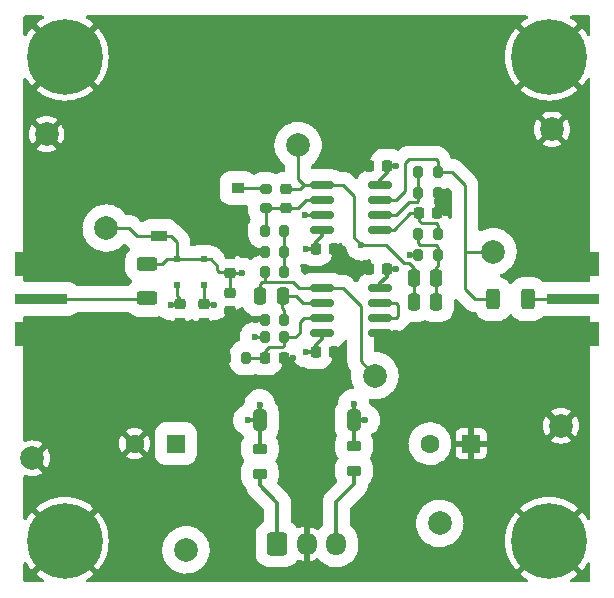
<source format=gbr>
%TF.GenerationSoftware,KiCad,Pcbnew,6.0.7-f9a2dced07~116~ubuntu20.04.1*%
%TF.CreationDate,2022-10-06T22:18:55-07:00*%
%TF.ProjectId,test-amp,74657374-2d61-46d7-902e-6b696361645f,rev?*%
%TF.SameCoordinates,Original*%
%TF.FileFunction,Copper,L1,Top*%
%TF.FilePolarity,Positive*%
%FSLAX46Y46*%
G04 Gerber Fmt 4.6, Leading zero omitted, Abs format (unit mm)*
G04 Created by KiCad (PCBNEW 6.0.7-f9a2dced07~116~ubuntu20.04.1) date 2022-10-06 22:18:55*
%MOMM*%
%LPD*%
G01*
G04 APERTURE LIST*
G04 Aperture macros list*
%AMRoundRect*
0 Rectangle with rounded corners*
0 $1 Rounding radius*
0 $2 $3 $4 $5 $6 $7 $8 $9 X,Y pos of 4 corners*
0 Add a 4 corners polygon primitive as box body*
4,1,4,$2,$3,$4,$5,$6,$7,$8,$9,$2,$3,0*
0 Add four circle primitives for the rounded corners*
1,1,$1+$1,$2,$3*
1,1,$1+$1,$4,$5*
1,1,$1+$1,$6,$7*
1,1,$1+$1,$8,$9*
0 Add four rect primitives between the rounded corners*
20,1,$1+$1,$2,$3,$4,$5,0*
20,1,$1+$1,$4,$5,$6,$7,0*
20,1,$1+$1,$6,$7,$8,$9,0*
20,1,$1+$1,$8,$9,$2,$3,0*%
G04 Aperture macros list end*
%TA.AperFunction,SMDPad,CuDef*%
%ADD10RoundRect,0.150000X-0.825000X-0.150000X0.825000X-0.150000X0.825000X0.150000X-0.825000X0.150000X0*%
%TD*%
%TA.AperFunction,ComponentPad*%
%ADD11C,2.000000*%
%TD*%
%TA.AperFunction,SMDPad,CuDef*%
%ADD12R,1.100000X0.900000*%
%TD*%
%TA.AperFunction,SMDPad,CuDef*%
%ADD13R,1.400000X0.900000*%
%TD*%
%TA.AperFunction,SMDPad,CuDef*%
%ADD14RoundRect,0.250000X0.312500X0.625000X-0.312500X0.625000X-0.312500X-0.625000X0.312500X-0.625000X0*%
%TD*%
%TA.AperFunction,SMDPad,CuDef*%
%ADD15RoundRect,0.200000X0.200000X0.275000X-0.200000X0.275000X-0.200000X-0.275000X0.200000X-0.275000X0*%
%TD*%
%TA.AperFunction,SMDPad,CuDef*%
%ADD16RoundRect,0.200000X-0.200000X-0.275000X0.200000X-0.275000X0.200000X0.275000X-0.200000X0.275000X0*%
%TD*%
%TA.AperFunction,SMDPad,CuDef*%
%ADD17RoundRect,0.200000X-0.275000X0.200000X-0.275000X-0.200000X0.275000X-0.200000X0.275000X0.200000X0*%
%TD*%
%TA.AperFunction,SMDPad,CuDef*%
%ADD18RoundRect,0.250000X0.625000X-0.312500X0.625000X0.312500X-0.625000X0.312500X-0.625000X-0.312500X0*%
%TD*%
%TA.AperFunction,SMDPad,CuDef*%
%ADD19R,4.500000X0.850000*%
%TD*%
%TA.AperFunction,SMDPad,CuDef*%
%ADD20R,4.500000X2.000000*%
%TD*%
%TA.AperFunction,ComponentPad*%
%ADD21C,6.400000*%
%TD*%
%TA.AperFunction,ComponentPad*%
%ADD22C,0.800000*%
%TD*%
%TA.AperFunction,ComponentPad*%
%ADD23RoundRect,0.250000X-0.600000X-0.725000X0.600000X-0.725000X0.600000X0.725000X-0.600000X0.725000X0*%
%TD*%
%TA.AperFunction,ComponentPad*%
%ADD24O,1.700000X1.950000*%
%TD*%
%TA.AperFunction,SMDPad,CuDef*%
%ADD25RoundRect,0.218750X0.381250X-0.218750X0.381250X0.218750X-0.381250X0.218750X-0.381250X-0.218750X0*%
%TD*%
%TA.AperFunction,SMDPad,CuDef*%
%ADD26RoundRect,0.218750X-0.381250X0.218750X-0.381250X-0.218750X0.381250X-0.218750X0.381250X0.218750X0*%
%TD*%
%TA.AperFunction,SMDPad,CuDef*%
%ADD27R,0.500000X0.500000*%
%TD*%
%TA.AperFunction,SMDPad,CuDef*%
%ADD28RoundRect,0.225000X-0.225000X-0.250000X0.225000X-0.250000X0.225000X0.250000X-0.225000X0.250000X0*%
%TD*%
%TA.AperFunction,SMDPad,CuDef*%
%ADD29RoundRect,0.250000X-0.250000X-0.475000X0.250000X-0.475000X0.250000X0.475000X-0.250000X0.475000X0*%
%TD*%
%TA.AperFunction,SMDPad,CuDef*%
%ADD30RoundRect,0.225000X0.250000X-0.225000X0.250000X0.225000X-0.250000X0.225000X-0.250000X-0.225000X0*%
%TD*%
%TA.AperFunction,SMDPad,CuDef*%
%ADD31RoundRect,0.225000X0.225000X0.250000X-0.225000X0.250000X-0.225000X-0.250000X0.225000X-0.250000X0*%
%TD*%
%TA.AperFunction,SMDPad,CuDef*%
%ADD32RoundRect,0.225000X-0.250000X0.225000X-0.250000X-0.225000X0.250000X-0.225000X0.250000X0.225000X0*%
%TD*%
%TA.AperFunction,SMDPad,CuDef*%
%ADD33RoundRect,0.250000X-0.325000X-0.650000X0.325000X-0.650000X0.325000X0.650000X-0.325000X0.650000X0*%
%TD*%
%TA.AperFunction,ComponentPad*%
%ADD34R,1.600000X1.600000*%
%TD*%
%TA.AperFunction,ComponentPad*%
%ADD35C,1.600000*%
%TD*%
%TA.AperFunction,ViaPad*%
%ADD36C,0.600000*%
%TD*%
%TA.AperFunction,Conductor*%
%ADD37C,0.240000*%
%TD*%
%TA.AperFunction,Conductor*%
%ADD38C,0.320000*%
%TD*%
G04 APERTURE END LIST*
D10*
%TO.P,U2,8,V+*%
%TO.N,VDD*%
X181225000Y-90345000D03*
%TO.P,U2,7*%
%TO.N,Net-(R12-Pad1)*%
X181225000Y-91615000D03*
%TO.P,U2,6,-*%
%TO.N,Net-(R11-Pad1)*%
X181225000Y-92885000D03*
%TO.P,U2,5,+*%
%TO.N,Net-(C19-Pad1)*%
X181225000Y-94155000D03*
%TO.P,U2,4,V-*%
%TO.N,VSS*%
X176275000Y-94155000D03*
%TO.P,U2,3,+*%
%TO.N,Net-(C10-Pad1)*%
X176275000Y-92885000D03*
%TO.P,U2,2,-*%
%TO.N,Net-(C14-Pad1)*%
X176275000Y-91615000D03*
%TO.P,U2,1*%
%TO.N,Net-(C14-Pad2)*%
X176275000Y-90345000D03*
%TD*%
%TO.P,U1,8,V+*%
%TO.N,VDD*%
X181225000Y-99095000D03*
%TO.P,U1,7*%
%TO.N,Net-(U1-Pad6)*%
X181225000Y-100365000D03*
%TO.P,U1,6,-*%
X181225000Y-101635000D03*
%TO.P,U1,5,+*%
%TO.N,GND*%
X181225000Y-102905000D03*
%TO.P,U1,4,V-*%
%TO.N,VSS*%
X176275000Y-102905000D03*
%TO.P,U1,3,+*%
%TO.N,Net-(C16-Pad1)*%
X176275000Y-101635000D03*
%TO.P,U1,2,-*%
%TO.N,Net-(C15-Pad2)*%
X176275000Y-100365000D03*
%TO.P,U1,1*%
%TO.N,Net-(C15-Pad1)*%
X176275000Y-99095000D03*
%TD*%
D11*
%TO.P,TP10,1,1*%
%TO.N,VSS*%
X186250000Y-119000000D03*
%TD*%
%TO.P,TP9,1,1*%
%TO.N,VDD*%
X164750000Y-121250000D03*
%TD*%
%TO.P,TP8,1,1*%
%TO.N,Net-(R12-Pad1)*%
X190750000Y-96000000D03*
%TD*%
%TO.P,TP7,1,1*%
%TO.N,GND*%
X195750000Y-85650000D03*
%TD*%
%TO.P,TP6,1,1*%
%TO.N,GND*%
X152950000Y-86050000D03*
%TD*%
%TO.P,TP5,1,1*%
%TO.N,GND*%
X196500000Y-110750000D03*
%TD*%
%TO.P,TP4,1,1*%
%TO.N,GND*%
X151750000Y-113500000D03*
%TD*%
%TO.P,TP3,1,1*%
%TO.N,Net-(C14-Pad2)*%
X174250000Y-87000000D03*
%TD*%
%TO.P,TP2,1,1*%
%TO.N,Net-(C15-Pad1)*%
X180750000Y-106500000D03*
%TD*%
%TO.P,TP1,1,1*%
%TO.N,Net-(C10-Pad1)*%
X158000000Y-94000000D03*
%TD*%
D12*
%TO.P,RV1,3,3*%
%TO.N,GND*%
X166850000Y-90600000D03*
D13*
%TO.P,RV1,2,2*%
X168000000Y-93900000D03*
D12*
%TO.P,RV1,1,1*%
%TO.N,Net-(R5-Pad1)*%
X169150000Y-90600000D03*
%TD*%
D14*
%TO.P,R13,1*%
%TO.N,Net-(J7-Pad1)*%
X193712500Y-100000000D03*
%TO.P,R13,2*%
%TO.N,Net-(R12-Pad1)*%
X190787500Y-100000000D03*
%TD*%
D15*
%TO.P,R12,2*%
%TO.N,Net-(R11-Pad1)*%
X184425000Y-89250000D03*
%TO.P,R12,1*%
%TO.N,Net-(R12-Pad1)*%
X186075000Y-89250000D03*
%TD*%
D16*
%TO.P,R11,2*%
%TO.N,GND*%
X186075000Y-91000000D03*
%TO.P,R11,1*%
%TO.N,Net-(R11-Pad1)*%
X184425000Y-91000000D03*
%TD*%
D15*
%TO.P,R10,2*%
%TO.N,Net-(C17-Pad2)*%
X184425000Y-94500000D03*
%TO.P,R10,1*%
%TO.N,Net-(C19-Pad1)*%
X186075000Y-94500000D03*
%TD*%
D16*
%TO.P,R9,2*%
%TO.N,Net-(C17-Pad2)*%
X186075000Y-96250000D03*
%TO.P,R9,1*%
%TO.N,GND*%
X184425000Y-96250000D03*
%TD*%
%TO.P,R8,2*%
%TO.N,Net-(C16-Pad1)*%
X169825000Y-105000000D03*
%TO.P,R8,1*%
%TO.N,GND*%
X168175000Y-105000000D03*
%TD*%
D15*
%TO.P,R7,2*%
%TO.N,Net-(C14-Pad2)*%
X171425000Y-103250000D03*
%TO.P,R7,1*%
%TO.N,Net-(C16-Pad1)*%
X173075000Y-103250000D03*
%TD*%
%TO.P,R6,2*%
%TO.N,GND*%
X171425000Y-101750000D03*
%TO.P,R6,1*%
%TO.N,Net-(C15-Pad2)*%
X173075000Y-101750000D03*
%TD*%
D17*
%TO.P,R5,2*%
%TO.N,Net-(C14-Pad1)*%
X171500000Y-92325000D03*
%TO.P,R5,1*%
%TO.N,Net-(R5-Pad1)*%
X171500000Y-90675000D03*
%TD*%
D15*
%TO.P,R4,2*%
%TO.N,Net-(C15-Pad1)*%
X171425000Y-97750000D03*
%TO.P,R4,1*%
%TO.N,Net-(R2-Pad2)*%
X173075000Y-97750000D03*
%TD*%
D16*
%TO.P,R3,2*%
%TO.N,Net-(R2-Pad2)*%
X173075000Y-96000000D03*
%TO.P,R3,1*%
%TO.N,GND*%
X171425000Y-96000000D03*
%TD*%
%TO.P,R2,2*%
%TO.N,Net-(R2-Pad2)*%
X173075000Y-94250000D03*
%TO.P,R2,1*%
%TO.N,Net-(C14-Pad1)*%
X171425000Y-94250000D03*
%TD*%
D18*
%TO.P,R1,2*%
%TO.N,Net-(C10-Pad1)*%
X161500000Y-97037500D03*
%TO.P,R1,1*%
%TO.N,Net-(J1-Pad1)*%
X161500000Y-99962500D03*
%TD*%
D19*
%TO.P,J7,1,In*%
%TO.N,Net-(J7-Pad1)*%
X197500000Y-100000000D03*
D20*
%TO.P,J7,2,Ext*%
%TO.N,GND*%
X197500000Y-102975000D03*
X197500000Y-97025000D03*
%TD*%
D21*
%TO.P,J6,1*%
%TO.N,GND*%
X195500000Y-120500000D03*
D22*
X198000000Y-120500000D03*
X197250000Y-118750000D03*
X195500000Y-118000000D03*
X193000000Y-120500000D03*
X195500000Y-123000000D03*
X193750000Y-122250000D03*
X193750000Y-118750000D03*
X197250000Y-122250000D03*
%TD*%
D21*
%TO.P,J5,1*%
%TO.N,GND*%
X154500000Y-120500000D03*
D22*
X157000000Y-120500000D03*
X156250000Y-118750000D03*
X154500000Y-118000000D03*
X152000000Y-120500000D03*
X154500000Y-123000000D03*
X152750000Y-122250000D03*
X152750000Y-118750000D03*
X156250000Y-122250000D03*
%TD*%
D21*
%TO.P,J4,1*%
%TO.N,GND*%
X195500000Y-79500000D03*
D22*
X198000000Y-79500000D03*
X197250000Y-77750000D03*
X195500000Y-77000000D03*
X193000000Y-79500000D03*
X195500000Y-82000000D03*
X193750000Y-81250000D03*
X193750000Y-77750000D03*
X197250000Y-81250000D03*
%TD*%
D21*
%TO.P,J3,1*%
%TO.N,GND*%
X154500000Y-79500000D03*
D22*
X157000000Y-79500000D03*
X156250000Y-77750000D03*
X154500000Y-77000000D03*
X152000000Y-79500000D03*
X154500000Y-82000000D03*
X152750000Y-81250000D03*
X152750000Y-77750000D03*
X156250000Y-81250000D03*
%TD*%
D23*
%TO.P,J2,1,Pin_1*%
%TO.N,Net-(FB1-Pad2)*%
X172500000Y-120750000D03*
D24*
%TO.P,J2,2,Pin_2*%
%TO.N,GND*%
X175000000Y-120750000D03*
%TO.P,J2,3,Pin_3*%
%TO.N,Net-(FB2-Pad1)*%
X177500000Y-120750000D03*
%TD*%
D19*
%TO.P,J1,1,In*%
%TO.N,Net-(J1-Pad1)*%
X152500000Y-100000000D03*
D20*
%TO.P,J1,2,Ext*%
%TO.N,GND*%
X152500000Y-97025000D03*
X152500000Y-102975000D03*
%TD*%
D25*
%TO.P,FB2,1*%
%TO.N,Net-(FB2-Pad1)*%
X179000000Y-114562500D03*
%TO.P,FB2,2*%
%TO.N,VSS*%
X179000000Y-112437500D03*
%TD*%
D26*
%TO.P,FB1,1*%
%TO.N,VDD*%
X171000000Y-112687500D03*
%TO.P,FB1,2*%
%TO.N,Net-(FB1-Pad2)*%
X171000000Y-114812500D03*
%TD*%
D27*
%TO.P,D2,2,A*%
%TO.N,VSS*%
X164000000Y-98850000D03*
%TO.P,D2,1,K*%
%TO.N,Net-(C10-Pad1)*%
X164000000Y-96650000D03*
%TD*%
%TO.P,D1,1,K*%
%TO.N,VDD*%
X166250000Y-98850000D03*
%TO.P,D1,2,A*%
%TO.N,Net-(C10-Pad1)*%
X166250000Y-96650000D03*
%TD*%
D28*
%TO.P,C19,2*%
%TO.N,GND*%
X186025000Y-92750000D03*
%TO.P,C19,1*%
%TO.N,Net-(C19-Pad1)*%
X184475000Y-92750000D03*
%TD*%
D29*
%TO.P,C18,2*%
%TO.N,Net-(C17-Pad2)*%
X185950000Y-100250000D03*
%TO.P,C18,1*%
%TO.N,Net-(C14-Pad2)*%
X184050000Y-100250000D03*
%TD*%
%TO.P,C17,2*%
%TO.N,Net-(C17-Pad2)*%
X185950000Y-98250000D03*
%TO.P,C17,1*%
%TO.N,Net-(C14-Pad2)*%
X184050000Y-98250000D03*
%TD*%
D28*
%TO.P,C16,2*%
%TO.N,GND*%
X173025000Y-105000000D03*
%TO.P,C16,1*%
%TO.N,Net-(C16-Pad1)*%
X171475000Y-105000000D03*
%TD*%
D29*
%TO.P,C15,2*%
%TO.N,Net-(C15-Pad2)*%
X172950000Y-99750000D03*
%TO.P,C15,1*%
%TO.N,Net-(C15-Pad1)*%
X171050000Y-99750000D03*
%TD*%
D30*
%TO.P,C14,2*%
%TO.N,Net-(C14-Pad2)*%
X173250000Y-90725000D03*
%TO.P,C14,1*%
%TO.N,Net-(C14-Pad1)*%
X173250000Y-92275000D03*
%TD*%
D31*
%TO.P,C13,2*%
%TO.N,VSS*%
X175725000Y-95750000D03*
%TO.P,C13,1*%
%TO.N,GND*%
X177275000Y-95750000D03*
%TD*%
%TO.P,C12,2*%
%TO.N,GND*%
X180225000Y-88750000D03*
%TO.P,C12,1*%
%TO.N,VDD*%
X181775000Y-88750000D03*
%TD*%
D13*
%TO.P,C11,2*%
%TO.N,GND*%
X162500000Y-90800000D03*
%TO.P,C11,1*%
%TO.N,Net-(C10-Pad1)*%
X162500000Y-94700000D03*
%TD*%
D30*
%TO.P,C10,2*%
%TO.N,GND*%
X168500000Y-96225000D03*
%TO.P,C10,1*%
%TO.N,Net-(C10-Pad1)*%
X168500000Y-97775000D03*
%TD*%
D32*
%TO.P,C9,2*%
%TO.N,GND*%
X168500000Y-101025000D03*
%TO.P,C9,1*%
%TO.N,Net-(C10-Pad1)*%
X168500000Y-99475000D03*
%TD*%
D30*
%TO.P,C8,2*%
%TO.N,VSS*%
X164250000Y-100475000D03*
%TO.P,C8,1*%
%TO.N,GND*%
X164250000Y-102025000D03*
%TD*%
D32*
%TO.P,C7,2*%
%TO.N,GND*%
X166250000Y-102025000D03*
%TO.P,C7,1*%
%TO.N,VDD*%
X166250000Y-100475000D03*
%TD*%
D31*
%TO.P,C6,2*%
%TO.N,VSS*%
X175725000Y-104500000D03*
%TO.P,C6,1*%
%TO.N,GND*%
X177275000Y-104500000D03*
%TD*%
%TO.P,C5,2*%
%TO.N,GND*%
X180225000Y-97500000D03*
%TO.P,C5,1*%
%TO.N,VDD*%
X181775000Y-97500000D03*
%TD*%
D33*
%TO.P,C4,1*%
%TO.N,GND*%
X176025000Y-110250000D03*
%TO.P,C4,2*%
%TO.N,VSS*%
X178975000Y-110250000D03*
%TD*%
%TO.P,C3,1*%
%TO.N,VDD*%
X171025000Y-110250000D03*
%TO.P,C3,2*%
%TO.N,GND*%
X173975000Y-110250000D03*
%TD*%
D34*
%TO.P,C2,1*%
%TO.N,GND*%
X188902651Y-112250000D03*
D35*
%TO.P,C2,2*%
%TO.N,VSS*%
X185402651Y-112250000D03*
%TD*%
D34*
%TO.P,C1,1*%
%TO.N,VDD*%
X163902651Y-112250000D03*
D35*
%TO.P,C1,2*%
%TO.N,GND*%
X160402651Y-112250000D03*
%TD*%
D36*
%TO.N,Net-(J1-Pad1)*%
X153100000Y-100000000D03*
X154350000Y-100000000D03*
X151750000Y-100000000D03*
%TO.N,GND*%
X158000000Y-97000000D03*
X165000000Y-92000000D03*
X178000000Y-107000000D03*
X175000000Y-107000000D03*
X168000000Y-108000000D03*
X164000000Y-106000000D03*
X194000000Y-115000000D03*
X182000000Y-116000000D03*
X168000000Y-117000000D03*
X161000000Y-119000000D03*
X180000000Y-81000000D03*
X165000000Y-82000000D03*
X171000000Y-84000000D03*
X165000000Y-89000000D03*
X156000000Y-88000000D03*
X152000000Y-93000000D03*
X155000000Y-106000000D03*
X158000000Y-103000000D03*
X193000000Y-108000000D03*
X191000000Y-103000000D03*
X187000000Y-104000000D03*
X186000000Y-85000000D03*
X189000000Y-79000000D03*
X197000000Y-94000000D03*
X194000000Y-92000000D03*
X189000000Y-88000000D03*
X162500000Y-90000000D03*
X166850000Y-93900000D03*
X166850000Y-89650000D03*
%TO.N,VSS*%
X179900000Y-110250000D03*
X178950000Y-108900000D03*
%TO.N,GND*%
X176000000Y-111550000D03*
X174000000Y-111500000D03*
%TO.N,VDD*%
X171000000Y-108950000D03*
X170050000Y-110250000D03*
%TO.N,GND*%
X176000000Y-108900000D03*
X174000000Y-108900000D03*
%TO.N,Net-(C14-Pad2)*%
X179600000Y-95450000D03*
X170600000Y-103250000D03*
%TO.N,Net-(C10-Pad1)*%
X169500000Y-97800000D03*
%TO.N,GND*%
X170700000Y-101750000D03*
X170700000Y-96000000D03*
X168500000Y-95450000D03*
%TO.N,VSS*%
X163450000Y-100500000D03*
%TO.N,VDD*%
X167100000Y-100500000D03*
%TO.N,GND*%
X164250000Y-102800000D03*
X166250000Y-102800000D03*
X168500000Y-101800000D03*
X183700000Y-96250000D03*
X186800000Y-92750000D03*
X186800000Y-91000000D03*
X198500000Y-103000000D03*
X196500000Y-103000000D03*
X197500000Y-103000000D03*
X198500000Y-97000000D03*
X196500000Y-97000000D03*
X197500000Y-97000000D03*
X154000000Y-103000000D03*
X151250000Y-103000000D03*
X152500000Y-103000000D03*
X154000000Y-97000000D03*
X152500000Y-97000000D03*
X151250000Y-97000000D03*
X167450000Y-105000000D03*
X173850000Y-105000000D03*
X179450000Y-97500000D03*
%TO.N,VDD*%
X182550000Y-97500000D03*
%TO.N,GND*%
X182550000Y-102900000D03*
X178050000Y-104500000D03*
%TO.N,VSS*%
X174950000Y-104500000D03*
%TO.N,GND*%
X179450000Y-88750000D03*
%TO.N,VDD*%
X182550000Y-88750000D03*
%TO.N,GND*%
X178050000Y-95750000D03*
%TO.N,VSS*%
X174950000Y-95750000D03*
%TO.N,Net-(C10-Pad1)*%
X174800000Y-92900000D03*
%TD*%
D37*
%TO.N,Net-(J1-Pad1)*%
X153100000Y-100000000D02*
X154350000Y-100000000D01*
X154350000Y-100000000D02*
X161462500Y-100000000D01*
%TO.N,Net-(C14-Pad2)*%
X174755000Y-90345000D02*
X174250000Y-89840000D01*
X174250000Y-89840000D02*
X174250000Y-87000000D01*
D38*
%TO.N,GND*%
X162500000Y-90800000D02*
X162500000Y-90000000D01*
X168000000Y-93900000D02*
X166850000Y-93900000D01*
X166850000Y-90600000D02*
X166850000Y-89650000D01*
D37*
%TO.N,Net-(C15-Pad1)*%
X176275000Y-99095000D02*
X178045000Y-99095000D01*
X178045000Y-99095000D02*
X179550000Y-100600000D01*
X179550000Y-100600000D02*
X179550000Y-105300000D01*
X179550000Y-105300000D02*
X180750000Y-106500000D01*
D38*
%TO.N,VSS*%
X178975000Y-110250000D02*
X179900000Y-110250000D01*
X178975000Y-108925000D02*
X178950000Y-108900000D01*
X178975000Y-110250000D02*
X178975000Y-108925000D01*
%TO.N,GND*%
X176025000Y-111525000D02*
X176000000Y-111550000D01*
X176025000Y-110250000D02*
X176025000Y-111525000D01*
X173975000Y-111475000D02*
X174000000Y-111500000D01*
X173975000Y-110250000D02*
X173975000Y-111475000D01*
%TO.N,VDD*%
X171025000Y-108975000D02*
X171000000Y-108950000D01*
X171025000Y-110250000D02*
X171025000Y-108975000D01*
X171025000Y-110250000D02*
X170050000Y-110250000D01*
%TO.N,GND*%
X176025000Y-108925000D02*
X176000000Y-108900000D01*
X176025000Y-110250000D02*
X176025000Y-108925000D01*
X173975000Y-108925000D02*
X174000000Y-108900000D01*
X173975000Y-110250000D02*
X173975000Y-108925000D01*
%TO.N,VSS*%
X179000000Y-112437500D02*
X179000000Y-110275000D01*
X179000000Y-110275000D02*
X178975000Y-110250000D01*
%TO.N,VDD*%
X171000000Y-112687500D02*
X171000000Y-110275000D01*
X171000000Y-110275000D02*
X171025000Y-110250000D01*
%TO.N,Net-(FB1-Pad2)*%
X172500000Y-120750000D02*
X172500000Y-117300000D01*
X172500000Y-117300000D02*
X171000000Y-115800000D01*
X171000000Y-115800000D02*
X171000000Y-114812500D01*
%TO.N,Net-(FB2-Pad1)*%
X177500000Y-120750000D02*
X177500000Y-117200000D01*
X177500000Y-117200000D02*
X179000000Y-115700000D01*
X179000000Y-115700000D02*
X179000000Y-114562500D01*
D37*
%TO.N,Net-(C14-Pad2)*%
X171425000Y-103250000D02*
X170600000Y-103250000D01*
%TO.N,Net-(C10-Pad1)*%
X169500000Y-97800000D02*
X168525000Y-97800000D01*
X168525000Y-97800000D02*
X168500000Y-97775000D01*
%TO.N,GND*%
X171425000Y-101750000D02*
X170700000Y-101750000D01*
X171425000Y-96000000D02*
X170700000Y-96000000D01*
%TO.N,Net-(C10-Pad1)*%
X162500000Y-94700000D02*
X160600000Y-94700000D01*
X160600000Y-94700000D02*
X159900000Y-94000000D01*
X159900000Y-94000000D02*
X158000000Y-94000000D01*
%TO.N,GND*%
X168500000Y-96225000D02*
X168500000Y-95450000D01*
%TO.N,Net-(C10-Pad1)*%
X168500000Y-97775000D02*
X168500000Y-99475000D01*
X166250000Y-96650000D02*
X166850000Y-96650000D01*
X166850000Y-96650000D02*
X167400000Y-97200000D01*
X167400000Y-97200000D02*
X167400000Y-97550000D01*
X167550000Y-97700000D02*
X168425000Y-97700000D01*
X167400000Y-97550000D02*
X167550000Y-97700000D01*
X168425000Y-97700000D02*
X168500000Y-97775000D01*
X164000000Y-95200000D02*
X163450000Y-94650000D01*
X164000000Y-96650000D02*
X164000000Y-95200000D01*
X163450000Y-94650000D02*
X162550000Y-94650000D01*
X162550000Y-94650000D02*
X162500000Y-94700000D01*
X164000000Y-96650000D02*
X166250000Y-96650000D01*
X162762500Y-97037500D02*
X163150000Y-96650000D01*
X161500000Y-97037500D02*
X162762500Y-97037500D01*
X163150000Y-96650000D02*
X164000000Y-96650000D01*
%TO.N,Net-(J1-Pad1)*%
X152500000Y-100000000D02*
X153100000Y-100000000D01*
X161462500Y-100000000D02*
X161500000Y-99962500D01*
%TO.N,VSS*%
X163475000Y-100475000D02*
X163450000Y-100500000D01*
X164250000Y-100475000D02*
X163475000Y-100475000D01*
%TO.N,VDD*%
X167075000Y-100475000D02*
X167100000Y-100500000D01*
X166250000Y-100475000D02*
X167075000Y-100475000D01*
X166250000Y-100475000D02*
X166250000Y-98850000D01*
%TO.N,VSS*%
X164250000Y-100475000D02*
X164250000Y-100000000D01*
X164250000Y-100000000D02*
X164000000Y-99750000D01*
X164000000Y-99750000D02*
X164000000Y-98850000D01*
%TO.N,GND*%
X164250000Y-102025000D02*
X164250000Y-102800000D01*
X166250000Y-102025000D02*
X166250000Y-102800000D01*
X168500000Y-101025000D02*
X168500000Y-101800000D01*
%TO.N,Net-(C14-Pad2)*%
X184050000Y-98250000D02*
X184050000Y-97350000D01*
X184050000Y-97350000D02*
X183650000Y-96950000D01*
X178045000Y-90345000D02*
X176275000Y-90345000D01*
X183650000Y-96950000D02*
X183200000Y-96950000D01*
X183200000Y-96950000D02*
X181700000Y-95450000D01*
X181700000Y-95450000D02*
X179600000Y-95450000D01*
X179600000Y-95450000D02*
X178950000Y-94800000D01*
X178950000Y-94800000D02*
X178950000Y-91250000D01*
X178950000Y-91250000D02*
X178045000Y-90345000D01*
X184050000Y-100250000D02*
X184050000Y-98250000D01*
%TO.N,Net-(C17-Pad2)*%
X185950000Y-98250000D02*
X185950000Y-100250000D01*
X186075000Y-97175000D02*
X185950000Y-97300000D01*
X186075000Y-96250000D02*
X186075000Y-97175000D01*
X185950000Y-97300000D02*
X185950000Y-98250000D01*
%TO.N,GND*%
X184425000Y-96250000D02*
X183700000Y-96250000D01*
%TO.N,Net-(C17-Pad2)*%
X184425000Y-94500000D02*
X184425000Y-95275000D01*
X184425000Y-95275000D02*
X184550000Y-95400000D01*
X184550000Y-95400000D02*
X185900000Y-95400000D01*
X185900000Y-95400000D02*
X186075000Y-95575000D01*
X186075000Y-95575000D02*
X186075000Y-96250000D01*
%TO.N,Net-(C19-Pad1)*%
X184475000Y-92750000D02*
X184475000Y-93375000D01*
X184475000Y-93375000D02*
X184700000Y-93600000D01*
X184700000Y-93600000D02*
X185900000Y-93600000D01*
X185900000Y-93600000D02*
X186075000Y-93775000D01*
X186075000Y-93775000D02*
X186075000Y-94500000D01*
X181225000Y-94155000D02*
X182345000Y-94155000D01*
X182345000Y-94155000D02*
X183750000Y-92750000D01*
X183750000Y-92750000D02*
X184475000Y-92750000D01*
%TO.N,GND*%
X186025000Y-92750000D02*
X186800000Y-92750000D01*
X186075000Y-91000000D02*
X186800000Y-91000000D01*
%TO.N,Net-(R11-Pad1)*%
X181225000Y-92885000D02*
X182565000Y-92885000D01*
X182565000Y-92885000D02*
X183650000Y-91800000D01*
X183650000Y-91800000D02*
X184300000Y-91800000D01*
X184300000Y-91800000D02*
X184425000Y-91675000D01*
X184425000Y-91675000D02*
X184425000Y-91000000D01*
X184425000Y-89250000D02*
X184425000Y-91000000D01*
%TO.N,Net-(J7-Pad1)*%
X193712500Y-100000000D02*
X197500000Y-100000000D01*
%TO.N,Net-(R12-Pad1)*%
X188400000Y-90400000D02*
X188400000Y-96000000D01*
X188400000Y-96000000D02*
X188400000Y-99150000D01*
X190750000Y-96000000D02*
X188400000Y-96000000D01*
X186075000Y-89250000D02*
X187250000Y-89250000D01*
X187250000Y-89250000D02*
X188400000Y-90400000D01*
X188400000Y-99150000D02*
X189250000Y-100000000D01*
X189250000Y-100000000D02*
X190787500Y-100000000D01*
X181225000Y-91615000D02*
X182535000Y-91615000D01*
X182535000Y-91615000D02*
X183300000Y-90850000D01*
X183300000Y-90850000D02*
X183300000Y-88500000D01*
X183300000Y-88500000D02*
X183650000Y-88150000D01*
X183650000Y-88150000D02*
X185900000Y-88150000D01*
X185900000Y-88150000D02*
X186075000Y-88325000D01*
X186075000Y-88325000D02*
X186075000Y-89250000D01*
%TO.N,GND*%
X168175000Y-105000000D02*
X167450000Y-105000000D01*
X173025000Y-105000000D02*
X173850000Y-105000000D01*
%TO.N,Net-(C16-Pad1)*%
X169825000Y-105000000D02*
X171475000Y-105000000D01*
X173075000Y-103250000D02*
X173075000Y-103925000D01*
X173075000Y-103925000D02*
X172950000Y-104050000D01*
X172950000Y-104050000D02*
X171800000Y-104050000D01*
X171800000Y-104050000D02*
X171475000Y-104375000D01*
X171475000Y-104375000D02*
X171475000Y-105000000D01*
X176275000Y-101635000D02*
X174765000Y-101635000D01*
X174765000Y-101635000D02*
X174400000Y-102000000D01*
X174400000Y-102000000D02*
X174400000Y-102850000D01*
X174400000Y-102850000D02*
X174000000Y-103250000D01*
X174000000Y-103250000D02*
X173075000Y-103250000D01*
%TO.N,Net-(U1-Pad6)*%
X181225000Y-101635000D02*
X182515000Y-101635000D01*
X182515000Y-101635000D02*
X182700000Y-101450000D01*
X182700000Y-101450000D02*
X182700000Y-100500000D01*
X182700000Y-100500000D02*
X182565000Y-100365000D01*
X182565000Y-100365000D02*
X181225000Y-100365000D01*
D38*
%TO.N,GND*%
X180225000Y-97500000D02*
X179450000Y-97500000D01*
%TO.N,VDD*%
X181775000Y-97500000D02*
X182550000Y-97500000D01*
%TO.N,GND*%
X182545000Y-102905000D02*
X182550000Y-102900000D01*
X181225000Y-102905000D02*
X182545000Y-102905000D01*
X177275000Y-104500000D02*
X178050000Y-104500000D01*
%TO.N,VSS*%
X175725000Y-104500000D02*
X174950000Y-104500000D01*
X175725000Y-104500000D02*
X175725000Y-103925000D01*
X175725000Y-103925000D02*
X176275000Y-103375000D01*
X176275000Y-103375000D02*
X176275000Y-102905000D01*
%TO.N,VDD*%
X181775000Y-97500000D02*
X181775000Y-98125000D01*
X181775000Y-98125000D02*
X181225000Y-98675000D01*
X181225000Y-98675000D02*
X181225000Y-99095000D01*
%TO.N,GND*%
X180225000Y-88750000D02*
X179450000Y-88750000D01*
%TO.N,VDD*%
X181775000Y-88750000D02*
X182550000Y-88750000D01*
X181225000Y-90345000D02*
X181225000Y-89925000D01*
X181225000Y-89925000D02*
X181775000Y-89375000D01*
X181775000Y-89375000D02*
X181775000Y-88750000D01*
%TO.N,GND*%
X177275000Y-95750000D02*
X178050000Y-95750000D01*
%TO.N,VSS*%
X175725000Y-95750000D02*
X174950000Y-95750000D01*
X176275000Y-94155000D02*
X176275000Y-94675000D01*
X175725000Y-95225000D02*
X175725000Y-95750000D01*
X176275000Y-94675000D02*
X175725000Y-95225000D01*
D37*
%TO.N,Net-(C10-Pad1)*%
X174815000Y-92885000D02*
X174800000Y-92900000D01*
X176275000Y-92885000D02*
X174815000Y-92885000D01*
%TO.N,Net-(R5-Pad1)*%
X169150000Y-90600000D02*
X171425000Y-90600000D01*
X171425000Y-90600000D02*
X171500000Y-90675000D01*
%TO.N,Net-(C15-Pad2)*%
X173075000Y-100975000D02*
X172900000Y-100800000D01*
X173075000Y-101750000D02*
X173075000Y-100975000D01*
X172900000Y-100800000D02*
X172900000Y-99800000D01*
X172900000Y-99800000D02*
X172950000Y-99750000D01*
X172950000Y-99750000D02*
X174050000Y-99750000D01*
X174050000Y-99750000D02*
X174665000Y-100365000D01*
X174665000Y-100365000D02*
X176275000Y-100365000D01*
%TO.N,Net-(C15-Pad1)*%
X173850000Y-98600000D02*
X171500000Y-98600000D01*
X171500000Y-98600000D02*
X171200000Y-98600000D01*
X171425000Y-97750000D02*
X171425000Y-98525000D01*
X171425000Y-98525000D02*
X171500000Y-98600000D01*
X176275000Y-99095000D02*
X174345000Y-99095000D01*
X171200000Y-98600000D02*
X171050000Y-98750000D01*
X174345000Y-99095000D02*
X173850000Y-98600000D01*
X171050000Y-98750000D02*
X171050000Y-99750000D01*
%TO.N,Net-(R2-Pad2)*%
X173075000Y-96000000D02*
X173075000Y-97750000D01*
X173075000Y-94250000D02*
X173075000Y-96000000D01*
%TO.N,Net-(C14-Pad1)*%
X171500000Y-92325000D02*
X171500000Y-94175000D01*
X171500000Y-94175000D02*
X171425000Y-94250000D01*
X173250000Y-92275000D02*
X171550000Y-92275000D01*
X171550000Y-92275000D02*
X171500000Y-92325000D01*
X176275000Y-91615000D02*
X174935000Y-91615000D01*
X174935000Y-91615000D02*
X174275000Y-92275000D01*
X174275000Y-92275000D02*
X173250000Y-92275000D01*
%TO.N,Net-(C14-Pad2)*%
X176275000Y-90345000D02*
X174755000Y-90345000D01*
X174755000Y-90345000D02*
X174375000Y-90725000D01*
X174375000Y-90725000D02*
X173250000Y-90725000D01*
%TD*%
%TA.AperFunction,Conductor*%
%TO.N,GND*%
G36*
X187674000Y-100015806D02*
G01*
X187704859Y-100039485D01*
X188382067Y-100716693D01*
X188389501Y-100724694D01*
X188393830Y-100729710D01*
X188397929Y-100735488D01*
X188403043Y-100740384D01*
X188403046Y-100740387D01*
X188465436Y-100800112D01*
X188467759Y-100802385D01*
X188495463Y-100830089D01*
X188498194Y-100832344D01*
X188500626Y-100834353D01*
X188508781Y-100841607D01*
X188547250Y-100878433D01*
X188547256Y-100878438D01*
X188552379Y-100883342D01*
X188558337Y-100887189D01*
X188579754Y-100901018D01*
X188593806Y-100911303D01*
X188613479Y-100927549D01*
X188613484Y-100927552D01*
X188618946Y-100932063D01*
X188625157Y-100935457D01*
X188625161Y-100935459D01*
X188671931Y-100961011D01*
X188681317Y-100966595D01*
X188732001Y-100999322D01*
X188738579Y-101001973D01*
X188762228Y-101011504D01*
X188777971Y-101018946D01*
X188793961Y-101027682D01*
X188806581Y-101034577D01*
X188813332Y-101036738D01*
X188864060Y-101052976D01*
X188874331Y-101056684D01*
X188923734Y-101076594D01*
X188923738Y-101076595D01*
X188930313Y-101079245D01*
X188962316Y-101085495D01*
X188979158Y-101089819D01*
X189010214Y-101099760D01*
X189070140Y-101106959D01*
X189080922Y-101108657D01*
X189134881Y-101119195D01*
X189134896Y-101119197D01*
X189140161Y-101120225D01*
X189145784Y-101120500D01*
X189173945Y-101120500D01*
X189191717Y-101121564D01*
X189222500Y-101125262D01*
X189229572Y-101124761D01*
X189236429Y-101124929D01*
X189310419Y-101146706D01*
X189363607Y-101202560D01*
X189368263Y-101211859D01*
X189384386Y-101247075D01*
X189511783Y-101430375D01*
X189669625Y-101588217D01*
X189852925Y-101715614D01*
X190055887Y-101808537D01*
X190153808Y-101833679D01*
X190255838Y-101859876D01*
X190272098Y-101864051D01*
X190333537Y-101869048D01*
X190409845Y-101875255D01*
X190409854Y-101875255D01*
X190412862Y-101875500D01*
X191162138Y-101875500D01*
X191165146Y-101875255D01*
X191165155Y-101875255D01*
X191241463Y-101869048D01*
X191302902Y-101864051D01*
X191319163Y-101859876D01*
X191421192Y-101833679D01*
X191519113Y-101808537D01*
X191722075Y-101715614D01*
X191905375Y-101588217D01*
X192063217Y-101430375D01*
X192127650Y-101337668D01*
X192186559Y-101287887D01*
X192262468Y-101274229D01*
X192335037Y-101300355D01*
X192372350Y-101337668D01*
X192436783Y-101430375D01*
X192594625Y-101588217D01*
X192777925Y-101715614D01*
X192980887Y-101808537D01*
X193078808Y-101833679D01*
X193180838Y-101859876D01*
X193197098Y-101864051D01*
X193258537Y-101869048D01*
X193334845Y-101875255D01*
X193334854Y-101875255D01*
X193337862Y-101875500D01*
X194087138Y-101875500D01*
X194090146Y-101875255D01*
X194090155Y-101875255D01*
X194166463Y-101869048D01*
X194227902Y-101864051D01*
X194244163Y-101859876D01*
X194346192Y-101833679D01*
X194444113Y-101808537D01*
X194647075Y-101715614D01*
X194830375Y-101588217D01*
X194960163Y-101458429D01*
X195026958Y-101419865D01*
X195078767Y-101415378D01*
X195188887Y-101425206D01*
X195188893Y-101425206D01*
X195192184Y-101425500D01*
X198850500Y-101425500D01*
X198925000Y-101445462D01*
X198979538Y-101500000D01*
X198999500Y-101574500D01*
X198999500Y-118579954D01*
X198979538Y-118654454D01*
X198925000Y-118708992D01*
X198850500Y-118728954D01*
X198776000Y-118708992D01*
X198719974Y-118649954D01*
X198719352Y-118650313D01*
X198717856Y-118647723D01*
X198717740Y-118647600D01*
X198717398Y-118646928D01*
X198713501Y-118640179D01*
X198506079Y-118320776D01*
X198501497Y-118314469D01*
X198309465Y-118077330D01*
X198296510Y-118067918D01*
X198287105Y-118072105D01*
X195873081Y-120486129D01*
X195865073Y-120500000D01*
X195873081Y-120513871D01*
X198283251Y-122924041D01*
X198297122Y-122932049D01*
X198306038Y-122926902D01*
X198501497Y-122685531D01*
X198506079Y-122679224D01*
X198713501Y-122359821D01*
X198717398Y-122353072D01*
X198717740Y-122352400D01*
X198717867Y-122352259D01*
X198719352Y-122349687D01*
X198719899Y-122350003D01*
X198769350Y-122295084D01*
X198842703Y-122271250D01*
X198918146Y-122287286D01*
X198975462Y-122338896D01*
X198999500Y-122420046D01*
X198999500Y-123850500D01*
X198979538Y-123925000D01*
X198925000Y-123979538D01*
X198850500Y-123999500D01*
X197420047Y-123999500D01*
X197345547Y-123979538D01*
X197291009Y-123925000D01*
X197271047Y-123850500D01*
X197291009Y-123776000D01*
X197350047Y-123719974D01*
X197349688Y-123719352D01*
X197352278Y-123717856D01*
X197352401Y-123717740D01*
X197353073Y-123717398D01*
X197359822Y-123713501D01*
X197679224Y-123506079D01*
X197685531Y-123501497D01*
X197922670Y-123309465D01*
X197932082Y-123296510D01*
X197927895Y-123287105D01*
X195513871Y-120873081D01*
X195500000Y-120865073D01*
X195486129Y-120873081D01*
X193075959Y-123283251D01*
X193067951Y-123297122D01*
X193073098Y-123306038D01*
X193314469Y-123501497D01*
X193320776Y-123506079D01*
X193640178Y-123713501D01*
X193646927Y-123717398D01*
X193647599Y-123717740D01*
X193647740Y-123717867D01*
X193650312Y-123719352D01*
X193649996Y-123719899D01*
X193704915Y-123769350D01*
X193728749Y-123842703D01*
X193712713Y-123918146D01*
X193661103Y-123975462D01*
X193579953Y-123999500D01*
X156420047Y-123999500D01*
X156345547Y-123979538D01*
X156291009Y-123925000D01*
X156271047Y-123850500D01*
X156291009Y-123776000D01*
X156350047Y-123719974D01*
X156349688Y-123719352D01*
X156352278Y-123717856D01*
X156352401Y-123717740D01*
X156353073Y-123717398D01*
X156359822Y-123713501D01*
X156679224Y-123506079D01*
X156685531Y-123501497D01*
X156922670Y-123309465D01*
X156932082Y-123296510D01*
X156927895Y-123287105D01*
X154513871Y-120873081D01*
X154500000Y-120865073D01*
X154486129Y-120873081D01*
X152075959Y-123283251D01*
X152067951Y-123297122D01*
X152073098Y-123306038D01*
X152314469Y-123501497D01*
X152320776Y-123506079D01*
X152640178Y-123713501D01*
X152646927Y-123717398D01*
X152647599Y-123717740D01*
X152647740Y-123717867D01*
X152650312Y-123719352D01*
X152649996Y-123719899D01*
X152704915Y-123769350D01*
X152728749Y-123842703D01*
X152712713Y-123918146D01*
X152661103Y-123975462D01*
X152579953Y-123999500D01*
X151149500Y-123999500D01*
X151075000Y-123979538D01*
X151020462Y-123925000D01*
X151000500Y-123850500D01*
X151000500Y-122420046D01*
X151020462Y-122345546D01*
X151075000Y-122291008D01*
X151149500Y-122271046D01*
X151224000Y-122291008D01*
X151280026Y-122350046D01*
X151280648Y-122349687D01*
X151282144Y-122352277D01*
X151282260Y-122352400D01*
X151282602Y-122353072D01*
X151286499Y-122359821D01*
X151493921Y-122679224D01*
X151498503Y-122685531D01*
X151690535Y-122922670D01*
X151703490Y-122932082D01*
X151712895Y-122927895D01*
X154126919Y-120513871D01*
X154134927Y-120500000D01*
X154865073Y-120500000D01*
X154873081Y-120513871D01*
X157283251Y-122924041D01*
X157297122Y-122932049D01*
X157306038Y-122926902D01*
X157501497Y-122685531D01*
X157506079Y-122679224D01*
X157713501Y-122359821D01*
X157717402Y-122353065D01*
X157890306Y-122013723D01*
X157893472Y-122006612D01*
X158029961Y-121651045D01*
X158032367Y-121643640D01*
X158130940Y-121275759D01*
X158132558Y-121268150D01*
X158145410Y-121187002D01*
X162745380Y-121187002D01*
X162745587Y-121192273D01*
X162745587Y-121192275D01*
X162750959Y-121329001D01*
X162756502Y-121470084D01*
X162807400Y-121748775D01*
X162809068Y-121753776D01*
X162809070Y-121753782D01*
X162895388Y-122012510D01*
X162895391Y-122012517D01*
X162897058Y-122017514D01*
X163023687Y-122270939D01*
X163026682Y-122275273D01*
X163026683Y-122275274D01*
X163038371Y-122292185D01*
X163184761Y-122503993D01*
X163188343Y-122507868D01*
X163370076Y-122704466D01*
X163377065Y-122712027D01*
X163596764Y-122890889D01*
X163665130Y-122932049D01*
X163764934Y-122992136D01*
X163839472Y-123037012D01*
X164100348Y-123147478D01*
X164105447Y-123148830D01*
X164105450Y-123148831D01*
X164302429Y-123201059D01*
X164374186Y-123220085D01*
X164655523Y-123253384D01*
X164765807Y-123250785D01*
X164933489Y-123246833D01*
X164933491Y-123246833D01*
X164938745Y-123246709D01*
X165106830Y-123218732D01*
X165213011Y-123201059D01*
X165213015Y-123201058D01*
X165218200Y-123200195D01*
X165306006Y-123172426D01*
X165483301Y-123116355D01*
X165483308Y-123116352D01*
X165488314Y-123114769D01*
X165493048Y-123112496D01*
X165493055Y-123112493D01*
X165655897Y-123034297D01*
X165743697Y-122992136D01*
X165748074Y-122989212D01*
X165748080Y-122989208D01*
X165974869Y-122837672D01*
X165979253Y-122834743D01*
X166190281Y-122645730D01*
X166372573Y-122428868D01*
X166390107Y-122400753D01*
X166519701Y-122192956D01*
X166519703Y-122192952D01*
X166522489Y-122188485D01*
X166637040Y-121929376D01*
X166687975Y-121748775D01*
X166712512Y-121661773D01*
X166712513Y-121661768D01*
X166713939Y-121656712D01*
X166751652Y-121375933D01*
X166753127Y-121329001D01*
X166755491Y-121253801D01*
X166755491Y-121253792D01*
X166755610Y-121250000D01*
X166751150Y-121187002D01*
X166738140Y-121003260D01*
X166735601Y-120967407D01*
X166675975Y-120690453D01*
X166577920Y-120424663D01*
X166549793Y-120372533D01*
X166445892Y-120179971D01*
X166445890Y-120179968D01*
X166443393Y-120175340D01*
X166413544Y-120134927D01*
X166278206Y-119951695D01*
X166275078Y-119947460D01*
X166271387Y-119943711D01*
X166271384Y-119943707D01*
X166145619Y-119815952D01*
X166076334Y-119745570D01*
X166048387Y-119724241D01*
X165903595Y-119613739D01*
X165851126Y-119573696D01*
X165603947Y-119435270D01*
X165339730Y-119333052D01*
X165063747Y-119269082D01*
X165058506Y-119268628D01*
X165058499Y-119268627D01*
X164786760Y-119245092D01*
X164786756Y-119245092D01*
X164781503Y-119244637D01*
X164498630Y-119260205D01*
X164493462Y-119261233D01*
X164225950Y-119314444D01*
X164225944Y-119314446D01*
X164220774Y-119315474D01*
X164215796Y-119317222D01*
X164215793Y-119317223D01*
X163974648Y-119401907D01*
X163953476Y-119409342D01*
X163948813Y-119411764D01*
X163948809Y-119411766D01*
X163706741Y-119537510D01*
X163706734Y-119537514D01*
X163702072Y-119539936D01*
X163471576Y-119704651D01*
X163467770Y-119708281D01*
X163467766Y-119708285D01*
X163354902Y-119815952D01*
X163266588Y-119900199D01*
X163263326Y-119904337D01*
X163263324Y-119904339D01*
X163225992Y-119951695D01*
X163091199Y-120122680D01*
X163017448Y-120249652D01*
X162955006Y-120357154D01*
X162948907Y-120367654D01*
X162842552Y-120630232D01*
X162828819Y-120685517D01*
X162782228Y-120873081D01*
X162774255Y-120905177D01*
X162773718Y-120910418D01*
X162773717Y-120910424D01*
X162764965Y-120995845D01*
X162745380Y-121187002D01*
X158145410Y-121187002D01*
X158192139Y-120891968D01*
X158192952Y-120884232D01*
X158212885Y-120503892D01*
X158212885Y-120496108D01*
X158192952Y-120115768D01*
X158192139Y-120108032D01*
X158132558Y-119731850D01*
X158130940Y-119724241D01*
X158032367Y-119356360D01*
X158029961Y-119348955D01*
X157893472Y-118993388D01*
X157890306Y-118986277D01*
X157717402Y-118646935D01*
X157713501Y-118640179D01*
X157506079Y-118320776D01*
X157501497Y-118314469D01*
X157309465Y-118077330D01*
X157296510Y-118067918D01*
X157287105Y-118072105D01*
X154873081Y-120486129D01*
X154865073Y-120500000D01*
X154134927Y-120500000D01*
X154126919Y-120486129D01*
X151716749Y-118075959D01*
X151702878Y-118067951D01*
X151693962Y-118073098D01*
X151498503Y-118314469D01*
X151493921Y-118320776D01*
X151286499Y-118640179D01*
X151282602Y-118646928D01*
X151282260Y-118647600D01*
X151282133Y-118647741D01*
X151280648Y-118650313D01*
X151280101Y-118649997D01*
X151230650Y-118704916D01*
X151157297Y-118728750D01*
X151081854Y-118712714D01*
X151024538Y-118661104D01*
X151000500Y-118579954D01*
X151000500Y-117703490D01*
X152067918Y-117703490D01*
X152072105Y-117712895D01*
X154486129Y-120126919D01*
X154500000Y-120134927D01*
X154513871Y-120126919D01*
X156924041Y-117716749D01*
X156932049Y-117702878D01*
X156926902Y-117693962D01*
X156685531Y-117498503D01*
X156679224Y-117493921D01*
X156359822Y-117286499D01*
X156353066Y-117282598D01*
X156013723Y-117109694D01*
X156006612Y-117106528D01*
X155651045Y-116970039D01*
X155643640Y-116967633D01*
X155275759Y-116869060D01*
X155268150Y-116867442D01*
X154891968Y-116807861D01*
X154884232Y-116807048D01*
X154503892Y-116787115D01*
X154496108Y-116787115D01*
X154115768Y-116807048D01*
X154108032Y-116807861D01*
X153731850Y-116867442D01*
X153724241Y-116869060D01*
X153356360Y-116967633D01*
X153348955Y-116970039D01*
X152993388Y-117106528D01*
X152986277Y-117109694D01*
X152646935Y-117282598D01*
X152640179Y-117286499D01*
X152320776Y-117493921D01*
X152314469Y-117498503D01*
X152077330Y-117690535D01*
X152067918Y-117703490D01*
X151000500Y-117703490D01*
X151000500Y-115044789D01*
X151020462Y-114970289D01*
X151075000Y-114915751D01*
X151149500Y-114895789D01*
X151206520Y-114907131D01*
X151277156Y-114936389D01*
X151288250Y-114939994D01*
X151507680Y-114992675D01*
X151519196Y-114994499D01*
X151744168Y-115012204D01*
X151755832Y-115012204D01*
X151980804Y-114994499D01*
X151992320Y-114992675D01*
X152211750Y-114939994D01*
X152222844Y-114936389D01*
X152431324Y-114850034D01*
X152441729Y-114844733D01*
X152607168Y-114743351D01*
X152618192Y-114731734D01*
X152616368Y-114725578D01*
X151496149Y-113605359D01*
X151457585Y-113538564D01*
X151457585Y-113500000D01*
X152115073Y-113500000D01*
X152123081Y-113513871D01*
X152969231Y-114360021D01*
X152983102Y-114368029D01*
X152988662Y-114364820D01*
X153094733Y-114191729D01*
X153100034Y-114181324D01*
X153186389Y-113972844D01*
X153189994Y-113961750D01*
X153242675Y-113742320D01*
X153244499Y-113730804D01*
X153262204Y-113505832D01*
X153262204Y-113494168D01*
X153249843Y-113337099D01*
X159680625Y-113337099D01*
X159684603Y-113343990D01*
X159740821Y-113383355D01*
X159752049Y-113389838D01*
X159947687Y-113481065D01*
X159959861Y-113485496D01*
X160168373Y-113541367D01*
X160181128Y-113543616D01*
X160396170Y-113562429D01*
X160409132Y-113562429D01*
X160624174Y-113543616D01*
X160636929Y-113541367D01*
X160845441Y-113485496D01*
X160857615Y-113481065D01*
X161053253Y-113389838D01*
X161064481Y-113383355D01*
X161114471Y-113348351D01*
X161124766Y-113336081D01*
X161122044Y-113328603D01*
X160901257Y-113107816D01*
X162102151Y-113107816D01*
X162102445Y-113111107D01*
X162102445Y-113111113D01*
X162105998Y-113150921D01*
X162112885Y-113228087D01*
X162168910Y-113423470D01*
X162172410Y-113430164D01*
X162172410Y-113430165D01*
X162259581Y-113596908D01*
X162259584Y-113596912D01*
X162263078Y-113603596D01*
X162391542Y-113761109D01*
X162549055Y-113889573D01*
X162555739Y-113893067D01*
X162555743Y-113893070D01*
X162681064Y-113958586D01*
X162729181Y-113983741D01*
X162924564Y-114039766D01*
X162977892Y-114044525D01*
X163041538Y-114050206D01*
X163041544Y-114050206D01*
X163044835Y-114050500D01*
X164760467Y-114050500D01*
X164763758Y-114050206D01*
X164763764Y-114050206D01*
X164827410Y-114044525D01*
X164880738Y-114039766D01*
X165076121Y-113983741D01*
X165124238Y-113958586D01*
X165249559Y-113893070D01*
X165249563Y-113893067D01*
X165256247Y-113889573D01*
X165413760Y-113761109D01*
X165542224Y-113603596D01*
X165545718Y-113596912D01*
X165545721Y-113596908D01*
X165632892Y-113430165D01*
X165632892Y-113430164D01*
X165636392Y-113423470D01*
X165692417Y-113228087D01*
X165699304Y-113150921D01*
X165702857Y-113111113D01*
X165702857Y-113111107D01*
X165703151Y-113107816D01*
X165703151Y-111392184D01*
X165702115Y-111380568D01*
X165693047Y-111278974D01*
X165692417Y-111271913D01*
X165636392Y-111076530D01*
X165614435Y-111034530D01*
X165545721Y-110903092D01*
X165545718Y-110903088D01*
X165542224Y-110896404D01*
X165413760Y-110738891D01*
X165256247Y-110610427D01*
X165249563Y-110606933D01*
X165249559Y-110606930D01*
X165082816Y-110519759D01*
X165082815Y-110519759D01*
X165076121Y-110516259D01*
X164880738Y-110460234D01*
X164827410Y-110455475D01*
X164763764Y-110449794D01*
X164763758Y-110449794D01*
X164760467Y-110449500D01*
X163044835Y-110449500D01*
X163041544Y-110449794D01*
X163041538Y-110449794D01*
X162977892Y-110455475D01*
X162924564Y-110460234D01*
X162729181Y-110516259D01*
X162722487Y-110519759D01*
X162722486Y-110519759D01*
X162555743Y-110606930D01*
X162555739Y-110606933D01*
X162549055Y-110610427D01*
X162391542Y-110738891D01*
X162263078Y-110896404D01*
X162259584Y-110903088D01*
X162259581Y-110903092D01*
X162190867Y-111034530D01*
X162168910Y-111076530D01*
X162112885Y-111271913D01*
X162112255Y-111278974D01*
X162103188Y-111380568D01*
X162102151Y-111392184D01*
X162102151Y-113107816D01*
X160901257Y-113107816D01*
X160416522Y-112623081D01*
X160402651Y-112615073D01*
X160388780Y-112623081D01*
X159688633Y-113323228D01*
X159680625Y-113337099D01*
X153249843Y-113337099D01*
X153244499Y-113269196D01*
X153242675Y-113257680D01*
X153189994Y-113038250D01*
X153186389Y-113027156D01*
X153100034Y-112818676D01*
X153094733Y-112808271D01*
X152993351Y-112642832D01*
X152981734Y-112631808D01*
X152975578Y-112633632D01*
X152123081Y-113486129D01*
X152115073Y-113500000D01*
X151457585Y-113500000D01*
X151457585Y-113461436D01*
X151496149Y-113394641D01*
X152610021Y-112280769D01*
X152618029Y-112266898D01*
X152614820Y-112261338D01*
X152606894Y-112256481D01*
X159090222Y-112256481D01*
X159109035Y-112471523D01*
X159111284Y-112484278D01*
X159167155Y-112692790D01*
X159171586Y-112704964D01*
X159262813Y-112900602D01*
X159269296Y-112911830D01*
X159304300Y-112961820D01*
X159316570Y-112972115D01*
X159324048Y-112969393D01*
X160029570Y-112263871D01*
X160037578Y-112250000D01*
X160767724Y-112250000D01*
X160775732Y-112263871D01*
X161475879Y-112964018D01*
X161489750Y-112972026D01*
X161496641Y-112968048D01*
X161536006Y-112911830D01*
X161542489Y-112900602D01*
X161633716Y-112704964D01*
X161638147Y-112692790D01*
X161694018Y-112484278D01*
X161696267Y-112471523D01*
X161715080Y-112256481D01*
X161715080Y-112243519D01*
X161696267Y-112028477D01*
X161694018Y-112015722D01*
X161638147Y-111807210D01*
X161633716Y-111795036D01*
X161542489Y-111599398D01*
X161536006Y-111588170D01*
X161501002Y-111538180D01*
X161488732Y-111527885D01*
X161481254Y-111530607D01*
X160775732Y-112236129D01*
X160767724Y-112250000D01*
X160037578Y-112250000D01*
X160029570Y-112236129D01*
X159329423Y-111535982D01*
X159315552Y-111527974D01*
X159308661Y-111531952D01*
X159269296Y-111588170D01*
X159262813Y-111599398D01*
X159171586Y-111795036D01*
X159167155Y-111807210D01*
X159111284Y-112015722D01*
X159109035Y-112028477D01*
X159090222Y-112243519D01*
X159090222Y-112256481D01*
X152606894Y-112256481D01*
X152441729Y-112155267D01*
X152431324Y-112149966D01*
X152222844Y-112063611D01*
X152211750Y-112060006D01*
X151992320Y-112007325D01*
X151980804Y-112005501D01*
X151755832Y-111987796D01*
X151744168Y-111987796D01*
X151519196Y-112005501D01*
X151507680Y-112007325D01*
X151288250Y-112060006D01*
X151277156Y-112063611D01*
X151206520Y-112092869D01*
X151130051Y-112102936D01*
X151058794Y-112073420D01*
X151011842Y-112012231D01*
X151000500Y-111955211D01*
X151000500Y-111163919D01*
X159680536Y-111163919D01*
X159683258Y-111171397D01*
X160388780Y-111876919D01*
X160402651Y-111884927D01*
X160416522Y-111876919D01*
X161116669Y-111176772D01*
X161124677Y-111162901D01*
X161120699Y-111156010D01*
X161064481Y-111116645D01*
X161053253Y-111110162D01*
X160857615Y-111018935D01*
X160845441Y-111014504D01*
X160636929Y-110958633D01*
X160624174Y-110956384D01*
X160409132Y-110937571D01*
X160396170Y-110937571D01*
X160181128Y-110956384D01*
X160168373Y-110958633D01*
X159959861Y-111014504D01*
X159947687Y-111018935D01*
X159752049Y-111110162D01*
X159740821Y-111116645D01*
X159690831Y-111151649D01*
X159680536Y-111163919D01*
X151000500Y-111163919D01*
X151000500Y-110250000D01*
X168744532Y-110250000D01*
X168745099Y-110256481D01*
X168762012Y-110449794D01*
X168764365Y-110476692D01*
X168766046Y-110482966D01*
X168766047Y-110482971D01*
X168790954Y-110575924D01*
X168823261Y-110696496D01*
X168826009Y-110702389D01*
X168916683Y-110896840D01*
X168916686Y-110896845D01*
X168919432Y-110902734D01*
X169049953Y-111089139D01*
X169210861Y-111250047D01*
X169397266Y-111380568D01*
X169534908Y-111444752D01*
X169593991Y-111494328D01*
X169603176Y-111510367D01*
X169603335Y-111510276D01*
X169606623Y-111516040D01*
X169609386Y-111522075D01*
X169641491Y-111568268D01*
X169667616Y-111640833D01*
X169653959Y-111716742D01*
X169641490Y-111738338D01*
X169559178Y-111856769D01*
X169559176Y-111856773D01*
X169555390Y-111862220D01*
X169464789Y-112060111D01*
X169443783Y-112141923D01*
X169413123Y-112261338D01*
X169410663Y-112270918D01*
X169399500Y-112408162D01*
X169399500Y-112966838D01*
X169410663Y-113104082D01*
X169412240Y-113110226D01*
X169412241Y-113110229D01*
X169422689Y-113150921D01*
X169464789Y-113314889D01*
X169555390Y-113512780D01*
X169661162Y-113664966D01*
X169687287Y-113737532D01*
X169673629Y-113813441D01*
X169661166Y-113835028D01*
X169555390Y-113987220D01*
X169464789Y-114185111D01*
X169463139Y-114191538D01*
X169417824Y-114368029D01*
X169410663Y-114395918D01*
X169399500Y-114533162D01*
X169399500Y-115091838D01*
X169410663Y-115229082D01*
X169464789Y-115439889D01*
X169555390Y-115637780D01*
X169679603Y-115816499D01*
X169817363Y-115954259D01*
X169855927Y-116021054D01*
X169857439Y-116028922D01*
X169857773Y-116028851D01*
X169859193Y-116035534D01*
X169859996Y-116042315D01*
X169886552Y-116127839D01*
X169887649Y-116131544D01*
X169910083Y-116211093D01*
X169910086Y-116211100D01*
X169911938Y-116217668D01*
X169914957Y-116223789D01*
X169917408Y-116230175D01*
X169917252Y-116230235D01*
X169918449Y-116233235D01*
X169918604Y-116233171D01*
X169921217Y-116239479D01*
X169923244Y-116246007D01*
X169964934Y-116325247D01*
X169966680Y-116328674D01*
X169998518Y-116393233D01*
X170006272Y-116408957D01*
X170010363Y-116414435D01*
X170013929Y-116420254D01*
X170013785Y-116420342D01*
X170015511Y-116423077D01*
X170015651Y-116422986D01*
X170019373Y-116428718D01*
X170022553Y-116434762D01*
X170026781Y-116440125D01*
X170077986Y-116505080D01*
X170080359Y-116508173D01*
X170129797Y-116574378D01*
X170129800Y-116574382D01*
X170133886Y-116579853D01*
X170194844Y-116636202D01*
X170199062Y-116640257D01*
X171295859Y-117737054D01*
X171334423Y-117803849D01*
X171339500Y-117842413D01*
X171339500Y-118813695D01*
X171319538Y-118888195D01*
X171275538Y-118936045D01*
X171094625Y-119061783D01*
X170936783Y-119219625D01*
X170809386Y-119402925D01*
X170716463Y-119605887D01*
X170660949Y-119822098D01*
X170660435Y-119828421D01*
X170650753Y-119947460D01*
X170649500Y-119962862D01*
X170649500Y-121537138D01*
X170660949Y-121677902D01*
X170716463Y-121894113D01*
X170809386Y-122097075D01*
X170936783Y-122280375D01*
X171094625Y-122438217D01*
X171277925Y-122565614D01*
X171480887Y-122658537D01*
X171697098Y-122714051D01*
X171758537Y-122719048D01*
X171834845Y-122725255D01*
X171834854Y-122725255D01*
X171837862Y-122725500D01*
X173162138Y-122725500D01*
X173165146Y-122725255D01*
X173165155Y-122725255D01*
X173241463Y-122719048D01*
X173302902Y-122714051D01*
X173519113Y-122658537D01*
X173722075Y-122565614D01*
X173905375Y-122438217D01*
X174063217Y-122280375D01*
X174173046Y-122122352D01*
X174231955Y-122072570D01*
X174307864Y-122058912D01*
X174362925Y-122074570D01*
X174481616Y-122134916D01*
X174493265Y-122139646D01*
X174701311Y-122204245D01*
X174713589Y-122206945D01*
X174726555Y-122208664D01*
X174742436Y-122206587D01*
X174746000Y-122198003D01*
X174746000Y-119310309D01*
X174741855Y-119294838D01*
X174734999Y-119293001D01*
X174614520Y-119318280D01*
X174602492Y-119321889D01*
X174399871Y-119401907D01*
X174388610Y-119407497D01*
X174371305Y-119417998D01*
X174297258Y-119439580D01*
X174222341Y-119421247D01*
X174171658Y-119375651D01*
X174114215Y-119293001D01*
X174063217Y-119219625D01*
X173905375Y-119061783D01*
X173724462Y-118936045D01*
X173674681Y-118877136D01*
X173660500Y-118813695D01*
X173660500Y-117344137D01*
X173660819Y-117334392D01*
X173664626Y-117276309D01*
X173665073Y-117269491D01*
X173660139Y-117227806D01*
X173654552Y-117180600D01*
X173654144Y-117176721D01*
X173646581Y-117094412D01*
X173645956Y-117087610D01*
X173644101Y-117081034D01*
X173642857Y-117074320D01*
X173643020Y-117074290D01*
X173642388Y-117071115D01*
X173642227Y-117071149D01*
X173640807Y-117064466D01*
X173640004Y-117057685D01*
X173613448Y-116972161D01*
X173612351Y-116968456D01*
X173589917Y-116888907D01*
X173589914Y-116888900D01*
X173588062Y-116882332D01*
X173585043Y-116876211D01*
X173582592Y-116869825D01*
X173582748Y-116869765D01*
X173581551Y-116866765D01*
X173581396Y-116866829D01*
X173578783Y-116860521D01*
X173576756Y-116853993D01*
X173535066Y-116774753D01*
X173533320Y-116771326D01*
X173496753Y-116697176D01*
X173496750Y-116697172D01*
X173493728Y-116691043D01*
X173489637Y-116685565D01*
X173486071Y-116679746D01*
X173486215Y-116679658D01*
X173484489Y-116676923D01*
X173484349Y-116677014D01*
X173480627Y-116671282D01*
X173477447Y-116665238D01*
X173422014Y-116594920D01*
X173419641Y-116591827D01*
X173370203Y-116525622D01*
X173370200Y-116525618D01*
X173366114Y-116520147D01*
X173305156Y-116463798D01*
X173300938Y-116459743D01*
X172528628Y-115687433D01*
X172490064Y-115620638D01*
X172490064Y-115543510D01*
X172498511Y-115520048D01*
X172535211Y-115439889D01*
X172589337Y-115229082D01*
X172600500Y-115091838D01*
X172600500Y-114533162D01*
X172589337Y-114395918D01*
X172582177Y-114368029D01*
X172536861Y-114191538D01*
X172535211Y-114185111D01*
X172444610Y-113987220D01*
X172338838Y-113835034D01*
X172312713Y-113762468D01*
X172326371Y-113686559D01*
X172338834Y-113664972D01*
X172444610Y-113512780D01*
X172535211Y-113314889D01*
X172577311Y-113150921D01*
X172587759Y-113110229D01*
X172587760Y-113110226D01*
X172589337Y-113104082D01*
X172600500Y-112966838D01*
X172600500Y-112408162D01*
X172589337Y-112270918D01*
X172586878Y-112261338D01*
X172556217Y-112141923D01*
X172535211Y-112060111D01*
X172520163Y-112027242D01*
X172447373Y-111868255D01*
X172447372Y-111868253D01*
X172444610Y-111862220D01*
X172440819Y-111856765D01*
X172383511Y-111774309D01*
X172357385Y-111701741D01*
X172371043Y-111625832D01*
X172383511Y-111604237D01*
X172436823Y-111527530D01*
X172436825Y-111527527D01*
X172440614Y-111522075D01*
X172533537Y-111319113D01*
X172589051Y-111102902D01*
X172595273Y-111026400D01*
X172600255Y-110965155D01*
X172600255Y-110965146D01*
X172600500Y-110962138D01*
X172600500Y-109537862D01*
X172597962Y-109506649D01*
X172594048Y-109458537D01*
X172589051Y-109397098D01*
X172533537Y-109180887D01*
X172440614Y-108977925D01*
X172313217Y-108794625D01*
X172314901Y-108793454D01*
X172286766Y-108732990D01*
X172286202Y-108729793D01*
X172285635Y-108723308D01*
X172226739Y-108503504D01*
X172206352Y-108459785D01*
X172133317Y-108303160D01*
X172133314Y-108303155D01*
X172130568Y-108297266D01*
X172000047Y-108110861D01*
X171839139Y-107949953D01*
X171652734Y-107819432D01*
X171646845Y-107816686D01*
X171646840Y-107816683D01*
X171452389Y-107726009D01*
X171446496Y-107723261D01*
X171440215Y-107721578D01*
X171232971Y-107666047D01*
X171232966Y-107666046D01*
X171226692Y-107664365D01*
X171220221Y-107663799D01*
X171220216Y-107663798D01*
X171006481Y-107645099D01*
X171000000Y-107644532D01*
X170993519Y-107645099D01*
X170779784Y-107663798D01*
X170779779Y-107663799D01*
X170773308Y-107664365D01*
X170767034Y-107666046D01*
X170767029Y-107666047D01*
X170559785Y-107721578D01*
X170553504Y-107723261D01*
X170547611Y-107726009D01*
X170353160Y-107816683D01*
X170353155Y-107816686D01*
X170347266Y-107819432D01*
X170160861Y-107949953D01*
X169999953Y-108110861D01*
X169869432Y-108297266D01*
X169866686Y-108303155D01*
X169866683Y-108303160D01*
X169793648Y-108459785D01*
X169773261Y-108503504D01*
X169771578Y-108509785D01*
X169729445Y-108667029D01*
X169714365Y-108723308D01*
X169713799Y-108729779D01*
X169713798Y-108729784D01*
X169707454Y-108802301D01*
X169681372Y-108874351D01*
X169609386Y-108977925D01*
X169606623Y-108983959D01*
X169603335Y-108989724D01*
X169601895Y-108988903D01*
X169558256Y-109041659D01*
X169534910Y-109055247D01*
X169397266Y-109119432D01*
X169210861Y-109249953D01*
X169049953Y-109410861D01*
X168919432Y-109597266D01*
X168916686Y-109603155D01*
X168916683Y-109603160D01*
X168830680Y-109787594D01*
X168823261Y-109803504D01*
X168821578Y-109809785D01*
X168802280Y-109881808D01*
X168764365Y-110023308D01*
X168763799Y-110029779D01*
X168763798Y-110029784D01*
X168745099Y-110243519D01*
X168744532Y-110250000D01*
X151000500Y-110250000D01*
X151000500Y-101574500D01*
X151020462Y-101500000D01*
X151075000Y-101445462D01*
X151149500Y-101425500D01*
X154807816Y-101425500D01*
X154811107Y-101425206D01*
X154811113Y-101425206D01*
X154874759Y-101419525D01*
X154928087Y-101414766D01*
X155123470Y-101358741D01*
X155200681Y-101318376D01*
X155296908Y-101268070D01*
X155296912Y-101268067D01*
X155303596Y-101264573D01*
X155439132Y-101154033D01*
X155509482Y-101122417D01*
X155533304Y-101120500D01*
X159890190Y-101120500D01*
X159964690Y-101140462D01*
X159995549Y-101164141D01*
X160069625Y-101238217D01*
X160252925Y-101365614D01*
X160455887Y-101458537D01*
X160672098Y-101514051D01*
X160733537Y-101519048D01*
X160809845Y-101525255D01*
X160809854Y-101525255D01*
X160812862Y-101525500D01*
X162187138Y-101525500D01*
X162190146Y-101525255D01*
X162190155Y-101525255D01*
X162266463Y-101519048D01*
X162327902Y-101514051D01*
X162483850Y-101474010D01*
X162560973Y-101474818D01*
X162610312Y-101500832D01*
X162610861Y-101500047D01*
X162797266Y-101630568D01*
X162803155Y-101633314D01*
X162803160Y-101633317D01*
X162984527Y-101717890D01*
X163003504Y-101726739D01*
X163009785Y-101728422D01*
X163217029Y-101783953D01*
X163217034Y-101783954D01*
X163223308Y-101785635D01*
X163229779Y-101786201D01*
X163229784Y-101786202D01*
X163331413Y-101795093D01*
X163449620Y-101805435D01*
X163498652Y-101818389D01*
X163589266Y-101859876D01*
X163801154Y-101914280D01*
X163861268Y-101919169D01*
X163936086Y-101925255D01*
X163936095Y-101925255D01*
X163939103Y-101925500D01*
X164249897Y-101925500D01*
X164560896Y-101925499D01*
X164698846Y-101914280D01*
X164910734Y-101859876D01*
X165109639Y-101768810D01*
X165164966Y-101730357D01*
X165237532Y-101704232D01*
X165313441Y-101717890D01*
X165335029Y-101730353D01*
X165390361Y-101768810D01*
X165589266Y-101859876D01*
X165801154Y-101914280D01*
X165861268Y-101919169D01*
X165936086Y-101925255D01*
X165936095Y-101925255D01*
X165939103Y-101925500D01*
X166249897Y-101925500D01*
X166560896Y-101925499D01*
X166698846Y-101914280D01*
X166910734Y-101859876D01*
X167001345Y-101818391D01*
X167005076Y-101816683D01*
X167080088Y-101803726D01*
X167100000Y-101805468D01*
X167106481Y-101804901D01*
X167320216Y-101786202D01*
X167320221Y-101786201D01*
X167326692Y-101785635D01*
X167332966Y-101783954D01*
X167332971Y-101783953D01*
X167540215Y-101728422D01*
X167546496Y-101726739D01*
X167565473Y-101717890D01*
X167746840Y-101633317D01*
X167746845Y-101633314D01*
X167752734Y-101630568D01*
X167939139Y-101500047D01*
X168100047Y-101339139D01*
X168230568Y-101152734D01*
X168296414Y-101011528D01*
X168345990Y-100952446D01*
X168418467Y-100926067D01*
X168431453Y-100925500D01*
X168796684Y-100925499D01*
X168810896Y-100925499D01*
X168948846Y-100914280D01*
X169160734Y-100859876D01*
X169359639Y-100768810D01*
X169365086Y-100765024D01*
X169365090Y-100765022D01*
X169451447Y-100705002D01*
X169524015Y-100678876D01*
X169599924Y-100692534D01*
X169658834Y-100742317D01*
X169671959Y-100765327D01*
X169709386Y-100847075D01*
X169836783Y-101030375D01*
X169994625Y-101188217D01*
X170177925Y-101315614D01*
X170380887Y-101408537D01*
X170444733Y-101424930D01*
X170575623Y-101458537D01*
X170597098Y-101464051D01*
X170658537Y-101469048D01*
X170734845Y-101475255D01*
X170734854Y-101475255D01*
X170737862Y-101475500D01*
X171362138Y-101475500D01*
X171365146Y-101475255D01*
X171365155Y-101475255D01*
X171496583Y-101464565D01*
X171496584Y-101464565D01*
X171502902Y-101464051D01*
X171502913Y-101464048D01*
X171577620Y-101471209D01*
X171640431Y-101515970D01*
X171672446Y-101586140D01*
X171674500Y-101610796D01*
X171674500Y-101625500D01*
X171654538Y-101700000D01*
X171600000Y-101754538D01*
X171525500Y-101774500D01*
X171153250Y-101774500D01*
X171050958Y-101781985D01*
X171045045Y-101783410D01*
X171045039Y-101783411D01*
X170843100Y-101832079D01*
X170843095Y-101832081D01*
X170836463Y-101833679D01*
X170830227Y-101836462D01*
X170830224Y-101836463D01*
X170783948Y-101857115D01*
X170634979Y-101923596D01*
X170629346Y-101927474D01*
X170626733Y-101928941D01*
X170566800Y-101947437D01*
X170491348Y-101954038D01*
X170379784Y-101963798D01*
X170379779Y-101963799D01*
X170373308Y-101964365D01*
X170367034Y-101966046D01*
X170367029Y-101966047D01*
X170159785Y-102021578D01*
X170153504Y-102023261D01*
X170147611Y-102026009D01*
X169953160Y-102116683D01*
X169953155Y-102116686D01*
X169947266Y-102119432D01*
X169760861Y-102249953D01*
X169599953Y-102410861D01*
X169469432Y-102597266D01*
X169466686Y-102603155D01*
X169466683Y-102603160D01*
X169400893Y-102744248D01*
X169373261Y-102803504D01*
X169371578Y-102809785D01*
X169317931Y-103010000D01*
X169314365Y-103023308D01*
X169294532Y-103250000D01*
X169295099Y-103256481D01*
X169311192Y-103440422D01*
X169297799Y-103516378D01*
X169248222Y-103575462D01*
X169223493Y-103589467D01*
X169034979Y-103673596D01*
X168853256Y-103798724D01*
X168848428Y-103803561D01*
X168848425Y-103803563D01*
X168702203Y-103950041D01*
X168702200Y-103950044D01*
X168697379Y-103954874D01*
X168572568Y-104136815D01*
X168569797Y-104143053D01*
X168569795Y-104143057D01*
X168566540Y-104150386D01*
X168483003Y-104338455D01*
X168481413Y-104345104D01*
X168444190Y-104500746D01*
X168431683Y-104553040D01*
X168424500Y-104653250D01*
X168424500Y-105346750D01*
X168431985Y-105449042D01*
X168433410Y-105454955D01*
X168433411Y-105454961D01*
X168482079Y-105656900D01*
X168483679Y-105663537D01*
X168486462Y-105669773D01*
X168486463Y-105669776D01*
X168561131Y-105837089D01*
X168573596Y-105865021D01*
X168698724Y-106046744D01*
X168703561Y-106051572D01*
X168703563Y-106051575D01*
X168850041Y-106197797D01*
X168850044Y-106197800D01*
X168854874Y-106202621D01*
X169036815Y-106327432D01*
X169043053Y-106330203D01*
X169043057Y-106330205D01*
X169172325Y-106387623D01*
X169238455Y-106416997D01*
X169300150Y-106431752D01*
X169447126Y-106466903D01*
X169447131Y-106466904D01*
X169453040Y-106468317D01*
X169553250Y-106475500D01*
X170096750Y-106475500D01*
X170199042Y-106468015D01*
X170204955Y-106466590D01*
X170204961Y-106466589D01*
X170406900Y-106417921D01*
X170406905Y-106417919D01*
X170413537Y-106416321D01*
X170419773Y-106413538D01*
X170419776Y-106413537D01*
X170574745Y-106344378D01*
X170650912Y-106332246D01*
X170697492Y-106344967D01*
X170839266Y-106409876D01*
X171051154Y-106464280D01*
X171106125Y-106468751D01*
X171186086Y-106475255D01*
X171186095Y-106475255D01*
X171189103Y-106475500D01*
X171474905Y-106475500D01*
X171760896Y-106475499D01*
X171898846Y-106464280D01*
X172110734Y-106409876D01*
X172309639Y-106318810D01*
X172315086Y-106315024D01*
X172315090Y-106315022D01*
X172476814Y-106202621D01*
X172489274Y-106193961D01*
X172643961Y-106039274D01*
X172716074Y-105935517D01*
X172765022Y-105865090D01*
X172765024Y-105865086D01*
X172768810Y-105859639D01*
X172859876Y-105660734D01*
X172914280Y-105448846D01*
X172925500Y-105310897D01*
X172925500Y-105310653D01*
X172948331Y-105237439D01*
X173005031Y-105185153D01*
X173067214Y-105169112D01*
X173067188Y-105168893D01*
X173068798Y-105168704D01*
X173071002Y-105168135D01*
X173072317Y-105168107D01*
X173074239Y-105168065D01*
X173074243Y-105168065D01*
X173081325Y-105167910D01*
X173113202Y-105161047D01*
X173130381Y-105158387D01*
X173162845Y-105155290D01*
X173220775Y-105138295D01*
X173231346Y-105135611D01*
X173283417Y-105124400D01*
X173290347Y-105122908D01*
X173296868Y-105120133D01*
X173296872Y-105120132D01*
X173320341Y-105110146D01*
X173336720Y-105104281D01*
X173368011Y-105095101D01*
X173421666Y-105067466D01*
X173431550Y-105062826D01*
X173480559Y-105041973D01*
X173480563Y-105041971D01*
X173487089Y-105039194D01*
X173514132Y-105020988D01*
X173529113Y-105012128D01*
X173558093Y-104997202D01*
X173560881Y-104995012D01*
X173633124Y-104971960D01*
X173708481Y-104988395D01*
X173765524Y-105040306D01*
X173775174Y-105057824D01*
X173819432Y-105152734D01*
X173949953Y-105339139D01*
X174110861Y-105500047D01*
X174297266Y-105630568D01*
X174303155Y-105633314D01*
X174303160Y-105633317D01*
X174441333Y-105697748D01*
X174503504Y-105726739D01*
X174723308Y-105785635D01*
X174729782Y-105786201D01*
X174729785Y-105786202D01*
X174820835Y-105794168D01*
X174881669Y-105813173D01*
X174884909Y-105815021D01*
X174890361Y-105818810D01*
X175089266Y-105909876D01*
X175301154Y-105964280D01*
X175361268Y-105969169D01*
X175436086Y-105975255D01*
X175436095Y-105975255D01*
X175439103Y-105975500D01*
X175724905Y-105975500D01*
X176010896Y-105975499D01*
X176148846Y-105964280D01*
X176360734Y-105909876D01*
X176559639Y-105818810D01*
X176565086Y-105815024D01*
X176565090Y-105815022D01*
X176733825Y-105697748D01*
X176739274Y-105693961D01*
X176893961Y-105539274D01*
X176960894Y-105442970D01*
X177015022Y-105365090D01*
X177015024Y-105365086D01*
X177018810Y-105359639D01*
X177109876Y-105160734D01*
X177164280Y-104948846D01*
X177175500Y-104810897D01*
X177175499Y-104337685D01*
X177195461Y-104263186D01*
X177249999Y-104208648D01*
X177289589Y-104192833D01*
X177465718Y-104150386D01*
X177465723Y-104150384D01*
X177472355Y-104148786D01*
X177478591Y-104146003D01*
X177478594Y-104146002D01*
X177659205Y-104065400D01*
X177659208Y-104065398D01*
X177665447Y-104062614D01*
X177813734Y-103960508D01*
X177833975Y-103946571D01*
X177833976Y-103946570D01*
X177839601Y-103942697D01*
X177988987Y-103793051D01*
X178070932Y-103673596D01*
X178104734Y-103624322D01*
X178104736Y-103624318D01*
X178108599Y-103618687D01*
X178144329Y-103538248D01*
X178192815Y-103478266D01*
X178264796Y-103450563D01*
X178340985Y-103462562D01*
X178400967Y-103511048D01*
X178428670Y-103583029D01*
X178429500Y-103598733D01*
X178429500Y-105193048D01*
X178429100Y-105203961D01*
X178428615Y-105210574D01*
X178427426Y-105217563D01*
X178427581Y-105224650D01*
X178429465Y-105311015D01*
X178429500Y-105314265D01*
X178429500Y-105353423D01*
X178429837Y-105356956D01*
X178430135Y-105360083D01*
X178430773Y-105370979D01*
X178432090Y-105431325D01*
X178438953Y-105463202D01*
X178441613Y-105480381D01*
X178444710Y-105512845D01*
X178453840Y-105543965D01*
X178461702Y-105570764D01*
X178464389Y-105581346D01*
X178477092Y-105640347D01*
X178479867Y-105646868D01*
X178479868Y-105646872D01*
X178489854Y-105670341D01*
X178495719Y-105686720D01*
X178504899Y-105718011D01*
X178532532Y-105771663D01*
X178537174Y-105781550D01*
X178554204Y-105821572D01*
X178560806Y-105837089D01*
X178564768Y-105842974D01*
X178579012Y-105864132D01*
X178587872Y-105879113D01*
X178602798Y-105908093D01*
X178607181Y-105913673D01*
X178607185Y-105913679D01*
X178640078Y-105955555D01*
X178646502Y-105964381D01*
X178677208Y-106009989D01*
X178677215Y-106009998D01*
X178680213Y-106014451D01*
X178683995Y-106018621D01*
X178703911Y-106038537D01*
X178715724Y-106051855D01*
X178730518Y-106070688D01*
X178734874Y-106076234D01*
X178733941Y-106076967D01*
X178767428Y-106138392D01*
X178770829Y-106188610D01*
X178756606Y-106327432D01*
X178745380Y-106437002D01*
X178745587Y-106442273D01*
X178745587Y-106442275D01*
X178747706Y-106496212D01*
X178756502Y-106720084D01*
X178807400Y-106998775D01*
X178809068Y-107003776D01*
X178809070Y-107003782D01*
X178895388Y-107262510D01*
X178895391Y-107262517D01*
X178897058Y-107267514D01*
X178899412Y-107272226D01*
X178899417Y-107272237D01*
X178957926Y-107389332D01*
X178973369Y-107464898D01*
X178948959Y-107538062D01*
X178891238Y-107589218D01*
X178837627Y-107604363D01*
X178781933Y-107609236D01*
X178729784Y-107613798D01*
X178729779Y-107613799D01*
X178723308Y-107614365D01*
X178717034Y-107616046D01*
X178717029Y-107616047D01*
X178536704Y-107664365D01*
X178503504Y-107673261D01*
X178497611Y-107676009D01*
X178303160Y-107766683D01*
X178303155Y-107766686D01*
X178297266Y-107769432D01*
X178110861Y-107899953D01*
X177949953Y-108060861D01*
X177819432Y-108247266D01*
X177816686Y-108253155D01*
X177816683Y-108253160D01*
X177742295Y-108412686D01*
X177723261Y-108453504D01*
X177664365Y-108673308D01*
X177657067Y-108756726D01*
X177652449Y-108809502D01*
X177626368Y-108881550D01*
X177559386Y-108977925D01*
X177466463Y-109180887D01*
X177410949Y-109397098D01*
X177405952Y-109458537D01*
X177402039Y-109506649D01*
X177399500Y-109537862D01*
X177399500Y-110962138D01*
X177399745Y-110965146D01*
X177399745Y-110965155D01*
X177404727Y-111026400D01*
X177410949Y-111102902D01*
X177466463Y-111319113D01*
X177549626Y-111500757D01*
X177562489Y-111576805D01*
X177549626Y-111624808D01*
X177467553Y-111804072D01*
X177467552Y-111804076D01*
X177464789Y-111810111D01*
X177463139Y-111816538D01*
X177432346Y-111936470D01*
X177410663Y-112020918D01*
X177406393Y-112073420D01*
X177400167Y-112149966D01*
X177399500Y-112158162D01*
X177399500Y-112716838D01*
X177399745Y-112719846D01*
X177399745Y-112719854D01*
X177404474Y-112777991D01*
X177410663Y-112854082D01*
X177412240Y-112860226D01*
X177412241Y-112860229D01*
X177414117Y-112867534D01*
X177464789Y-113064889D01*
X177555390Y-113262780D01*
X177661162Y-113414966D01*
X177687287Y-113487532D01*
X177673629Y-113563441D01*
X177661166Y-113585028D01*
X177555390Y-113737220D01*
X177464789Y-113935111D01*
X177410663Y-114145918D01*
X177399500Y-114283162D01*
X177399500Y-114841838D01*
X177399745Y-114844846D01*
X177399745Y-114844854D01*
X177403888Y-114895789D01*
X177410663Y-114979082D01*
X177464789Y-115189889D01*
X177467550Y-115195920D01*
X177467553Y-115195928D01*
X177548596Y-115372942D01*
X177561459Y-115448990D01*
X177534574Y-115521280D01*
X177518479Y-115540326D01*
X176710605Y-116348200D01*
X176703488Y-116354865D01*
X176659737Y-116393233D01*
X176659734Y-116393236D01*
X176654596Y-116397742D01*
X176599163Y-116468059D01*
X176596755Y-116471032D01*
X176575246Y-116496894D01*
X176543873Y-116534615D01*
X176543870Y-116534620D01*
X176539504Y-116539869D01*
X176536166Y-116545829D01*
X176532296Y-116551461D01*
X176532158Y-116551366D01*
X176530363Y-116554052D01*
X176530504Y-116554143D01*
X176526784Y-116559872D01*
X176522553Y-116565238D01*
X176519371Y-116571286D01*
X176480884Y-116644437D01*
X176479023Y-116647864D01*
X176438628Y-116719995D01*
X176438626Y-116720000D01*
X176435288Y-116725960D01*
X176433092Y-116732429D01*
X176430313Y-116738672D01*
X176430161Y-116738604D01*
X176428887Y-116741570D01*
X176429041Y-116741634D01*
X176426428Y-116747943D01*
X176423244Y-116753993D01*
X176421218Y-116760519D01*
X176421216Y-116760523D01*
X176396701Y-116839476D01*
X176395496Y-116843186D01*
X176366731Y-116927926D01*
X176365751Y-116934687D01*
X176364156Y-116941328D01*
X176363995Y-116941289D01*
X176363281Y-116944444D01*
X176363442Y-116944478D01*
X176362022Y-116951160D01*
X176359996Y-116957685D01*
X176355588Y-116994927D01*
X176349472Y-117046600D01*
X176348963Y-117050467D01*
X176340835Y-117106528D01*
X176336126Y-117139004D01*
X176336394Y-117145830D01*
X176336394Y-117145833D01*
X176339385Y-117221957D01*
X176339500Y-117227806D01*
X176339500Y-119111865D01*
X176319538Y-119186365D01*
X176283560Y-119228230D01*
X176239331Y-119263601D01*
X176235643Y-119267549D01*
X176080742Y-119433370D01*
X176056009Y-119459846D01*
X176032601Y-119493588D01*
X176025675Y-119503572D01*
X175966808Y-119553406D01*
X175890911Y-119567130D01*
X175814309Y-119538185D01*
X175723254Y-119470439D01*
X175712570Y-119463814D01*
X175518384Y-119365084D01*
X175506735Y-119360354D01*
X175298689Y-119295755D01*
X175286411Y-119293055D01*
X175273445Y-119291336D01*
X175257564Y-119293413D01*
X175254000Y-119301997D01*
X175254000Y-122189691D01*
X175258145Y-122205162D01*
X175265001Y-122206999D01*
X175385480Y-122181720D01*
X175397508Y-122178111D01*
X175600130Y-122098092D01*
X175611390Y-122092503D01*
X175797631Y-121979488D01*
X175807782Y-121972086D01*
X175809192Y-121970862D01*
X175809997Y-121970470D01*
X175812881Y-121968367D01*
X175813258Y-121968884D01*
X175878545Y-121937113D01*
X175955480Y-121942562D01*
X176019384Y-121985748D01*
X176025291Y-121993003D01*
X176110350Y-122104458D01*
X176114203Y-122108225D01*
X176114207Y-122108229D01*
X176298529Y-122288415D01*
X176302386Y-122292185D01*
X176519509Y-122450225D01*
X176524281Y-122452736D01*
X176524288Y-122452740D01*
X176752395Y-122572752D01*
X176752398Y-122572753D01*
X176757172Y-122575265D01*
X177010397Y-122664688D01*
X177015691Y-122665731D01*
X177015693Y-122665732D01*
X177089881Y-122680354D01*
X177273878Y-122716620D01*
X177279267Y-122716888D01*
X177279273Y-122716889D01*
X177424674Y-122724127D01*
X177542095Y-122729972D01*
X177809431Y-122704466D01*
X178070285Y-122640636D01*
X178075273Y-122638615D01*
X178075278Y-122638614D01*
X178314188Y-122541845D01*
X178314190Y-122541844D01*
X178319192Y-122539818D01*
X178550938Y-122404125D01*
X178760669Y-122236399D01*
X178943991Y-122040154D01*
X179097064Y-121819501D01*
X179216680Y-121579062D01*
X179300335Y-121323874D01*
X179313162Y-121250000D01*
X179345499Y-121063761D01*
X179345500Y-121063753D01*
X179346276Y-121059283D01*
X179350500Y-120974433D01*
X179350500Y-120556777D01*
X179346381Y-120500000D01*
X179338522Y-120391696D01*
X179336016Y-120357154D01*
X179278120Y-120094920D01*
X179251734Y-120025274D01*
X179222252Y-119947460D01*
X179182975Y-119843789D01*
X179052574Y-119609024D01*
X178889650Y-119395542D01*
X178885797Y-119391775D01*
X178885793Y-119391771D01*
X178783052Y-119291336D01*
X178705342Y-119215370D01*
X178666024Y-119149018D01*
X178660500Y-119108823D01*
X178660500Y-118937002D01*
X184245380Y-118937002D01*
X184245587Y-118942273D01*
X184245587Y-118942275D01*
X184250467Y-119066474D01*
X184256502Y-119220084D01*
X184307400Y-119498775D01*
X184309068Y-119503776D01*
X184309070Y-119503782D01*
X184395388Y-119762510D01*
X184395391Y-119762517D01*
X184397058Y-119767514D01*
X184523687Y-120020939D01*
X184684761Y-120253993D01*
X184688343Y-120257868D01*
X184847093Y-120429603D01*
X184877065Y-120462027D01*
X185096764Y-120640889D01*
X185179089Y-120690453D01*
X185264934Y-120742136D01*
X185339472Y-120787012D01*
X185517728Y-120862493D01*
X185587336Y-120891968D01*
X185600348Y-120897478D01*
X185605447Y-120898830D01*
X185605450Y-120898831D01*
X185864086Y-120967407D01*
X185874186Y-120970085D01*
X186155523Y-121003384D01*
X186265807Y-121000785D01*
X186433489Y-120996833D01*
X186433491Y-120996833D01*
X186438745Y-120996709D01*
X186614791Y-120967407D01*
X186713011Y-120951059D01*
X186713015Y-120951058D01*
X186718200Y-120950195D01*
X186806006Y-120922426D01*
X186983301Y-120866355D01*
X186983308Y-120866352D01*
X186988314Y-120864769D01*
X186993048Y-120862496D01*
X186993055Y-120862493D01*
X187155897Y-120784297D01*
X187243697Y-120742136D01*
X187248074Y-120739212D01*
X187248080Y-120739208D01*
X187474869Y-120587672D01*
X187479253Y-120584743D01*
X187569521Y-120503892D01*
X191787115Y-120503892D01*
X191807048Y-120884232D01*
X191807861Y-120891968D01*
X191867442Y-121268150D01*
X191869060Y-121275759D01*
X191967633Y-121643640D01*
X191970039Y-121651045D01*
X192106528Y-122006612D01*
X192109694Y-122013723D01*
X192282598Y-122353065D01*
X192286499Y-122359821D01*
X192493921Y-122679224D01*
X192498503Y-122685531D01*
X192690535Y-122922670D01*
X192703490Y-122932082D01*
X192712895Y-122927895D01*
X195126919Y-120513871D01*
X195134927Y-120500000D01*
X195126919Y-120486129D01*
X192716749Y-118075959D01*
X192702878Y-118067951D01*
X192693962Y-118073098D01*
X192498503Y-118314469D01*
X192493921Y-118320776D01*
X192286499Y-118640179D01*
X192282598Y-118646935D01*
X192109694Y-118986277D01*
X192106528Y-118993388D01*
X191970039Y-119348955D01*
X191967633Y-119356360D01*
X191869060Y-119724241D01*
X191867442Y-119731850D01*
X191807861Y-120108032D01*
X191807048Y-120115768D01*
X191787115Y-120496108D01*
X191787115Y-120503892D01*
X187569521Y-120503892D01*
X187690281Y-120395730D01*
X187872573Y-120178868D01*
X187904768Y-120127245D01*
X188019701Y-119942956D01*
X188019703Y-119942952D01*
X188022489Y-119938485D01*
X188137040Y-119679376D01*
X188187975Y-119498775D01*
X188212512Y-119411773D01*
X188212513Y-119411768D01*
X188213939Y-119406712D01*
X188244283Y-119180800D01*
X188251146Y-119129702D01*
X188251146Y-119129697D01*
X188251652Y-119125933D01*
X188251772Y-119122127D01*
X188255491Y-119003801D01*
X188255491Y-119003792D01*
X188255610Y-119000000D01*
X188254639Y-118986277D01*
X188235973Y-118722662D01*
X188235601Y-118717407D01*
X188175975Y-118440453D01*
X188077920Y-118174663D01*
X188049793Y-118122533D01*
X187945892Y-117929971D01*
X187945890Y-117929968D01*
X187943393Y-117925340D01*
X187907870Y-117877245D01*
X187779532Y-117703490D01*
X193067918Y-117703490D01*
X193072105Y-117712895D01*
X195486129Y-120126919D01*
X195500000Y-120134927D01*
X195513871Y-120126919D01*
X197924041Y-117716749D01*
X197932049Y-117702878D01*
X197926902Y-117693962D01*
X197685531Y-117498503D01*
X197679224Y-117493921D01*
X197359822Y-117286499D01*
X197353066Y-117282598D01*
X197013723Y-117109694D01*
X197006612Y-117106528D01*
X196651045Y-116970039D01*
X196643640Y-116967633D01*
X196275759Y-116869060D01*
X196268150Y-116867442D01*
X195891968Y-116807861D01*
X195884232Y-116807048D01*
X195503892Y-116787115D01*
X195496108Y-116787115D01*
X195115768Y-116807048D01*
X195108032Y-116807861D01*
X194731850Y-116867442D01*
X194724241Y-116869060D01*
X194356360Y-116967633D01*
X194348955Y-116970039D01*
X193993388Y-117106528D01*
X193986277Y-117109694D01*
X193646935Y-117282598D01*
X193640179Y-117286499D01*
X193320776Y-117493921D01*
X193314469Y-117498503D01*
X193077330Y-117690535D01*
X193067918Y-117703490D01*
X187779532Y-117703490D01*
X187778206Y-117701695D01*
X187775078Y-117697460D01*
X187771387Y-117693711D01*
X187771384Y-117693707D01*
X187677123Y-117597955D01*
X187576334Y-117495570D01*
X187522718Y-117454651D01*
X187355315Y-117326893D01*
X187351126Y-117323696D01*
X187103947Y-117185270D01*
X186839730Y-117083052D01*
X186563747Y-117019082D01*
X186558506Y-117018628D01*
X186558499Y-117018627D01*
X186286760Y-116995092D01*
X186286756Y-116995092D01*
X186281503Y-116994637D01*
X185998630Y-117010205D01*
X185993462Y-117011233D01*
X185725950Y-117064444D01*
X185725944Y-117064446D01*
X185720774Y-117065474D01*
X185715796Y-117067222D01*
X185715793Y-117067223D01*
X185594853Y-117109694D01*
X185453476Y-117159342D01*
X185448813Y-117161764D01*
X185448809Y-117161766D01*
X185206741Y-117287510D01*
X185206734Y-117287514D01*
X185202072Y-117289936D01*
X184971576Y-117454651D01*
X184967770Y-117458281D01*
X184967766Y-117458285D01*
X184842586Y-117577701D01*
X184766588Y-117650199D01*
X184763326Y-117654337D01*
X184763324Y-117654339D01*
X184725992Y-117701695D01*
X184591199Y-117872680D01*
X184563071Y-117921106D01*
X184477777Y-118067951D01*
X184448907Y-118117654D01*
X184342552Y-118380232D01*
X184341282Y-118385346D01*
X184275542Y-118649997D01*
X184274255Y-118655177D01*
X184273718Y-118660418D01*
X184273717Y-118660424D01*
X184266717Y-118728750D01*
X184245380Y-118937002D01*
X178660500Y-118937002D01*
X178660500Y-117742413D01*
X178680462Y-117667913D01*
X178704141Y-117637054D01*
X179789395Y-116551800D01*
X179796512Y-116545135D01*
X179840263Y-116506767D01*
X179840266Y-116506764D01*
X179845404Y-116502258D01*
X179900822Y-116431960D01*
X179903270Y-116428939D01*
X179956125Y-116365387D01*
X179956131Y-116365378D01*
X179960495Y-116360131D01*
X179963831Y-116354175D01*
X179967703Y-116348540D01*
X179967840Y-116348634D01*
X179969639Y-116345942D01*
X179969499Y-116345851D01*
X179973213Y-116340133D01*
X179977447Y-116334762D01*
X180019140Y-116255519D01*
X180021001Y-116252092D01*
X180031597Y-116233171D01*
X180064712Y-116174040D01*
X180066908Y-116167571D01*
X180069688Y-116161326D01*
X180069840Y-116161394D01*
X180071113Y-116158430D01*
X180070959Y-116158366D01*
X180073572Y-116152057D01*
X180076756Y-116146007D01*
X180103299Y-116060524D01*
X180104504Y-116056814D01*
X180116643Y-116021054D01*
X180133269Y-115972074D01*
X180134249Y-115965313D01*
X180135844Y-115958672D01*
X180136005Y-115958711D01*
X180136719Y-115955556D01*
X180136558Y-115955522D01*
X180137978Y-115948840D01*
X180140004Y-115942315D01*
X180150528Y-115853400D01*
X180151037Y-115849532D01*
X180163212Y-115765563D01*
X180193658Y-115694699D01*
X180205311Y-115681585D01*
X180320397Y-115566499D01*
X180444610Y-115387780D01*
X180535211Y-115189889D01*
X180589337Y-114979082D01*
X180596112Y-114895789D01*
X180600255Y-114844854D01*
X180600255Y-114844846D01*
X180600500Y-114841838D01*
X180600500Y-114283162D01*
X180589337Y-114145918D01*
X180535211Y-113935111D01*
X180444610Y-113737220D01*
X180338838Y-113585034D01*
X180312713Y-113512468D01*
X180326371Y-113436559D01*
X180338834Y-113414972D01*
X180444610Y-113262780D01*
X180535211Y-113064889D01*
X180585883Y-112867534D01*
X180587759Y-112860229D01*
X180587760Y-112860226D01*
X180589337Y-112854082D01*
X180595526Y-112777991D01*
X180600255Y-112719854D01*
X180600255Y-112719846D01*
X180600500Y-112716838D01*
X180600500Y-112202736D01*
X183597721Y-112202736D01*
X183604530Y-112344495D01*
X183607734Y-112411194D01*
X183610560Y-112470041D01*
X183611639Y-112475463D01*
X183611639Y-112475467D01*
X183639409Y-112615073D01*
X183662769Y-112732512D01*
X183664634Y-112737707D01*
X183664635Y-112737710D01*
X183747984Y-112969854D01*
X183753200Y-112984383D01*
X183755815Y-112989250D01*
X183755816Y-112989252D01*
X183793004Y-113058462D01*
X183879866Y-113220121D01*
X183967218Y-113337099D01*
X184028580Y-113419272D01*
X184039986Y-113434547D01*
X184230041Y-113622950D01*
X184234494Y-113626215D01*
X184234501Y-113626221D01*
X184441394Y-113777921D01*
X184441400Y-113777925D01*
X184445856Y-113781192D01*
X184450749Y-113783766D01*
X184450750Y-113783767D01*
X184677793Y-113903221D01*
X184677798Y-113903223D01*
X184682690Y-113905797D01*
X184687911Y-113907620D01*
X184687915Y-113907622D01*
X184749351Y-113929076D01*
X184935341Y-113994026D01*
X185001320Y-114006553D01*
X185192829Y-114042913D01*
X185192836Y-114042914D01*
X185198257Y-114043943D01*
X185203778Y-114044160D01*
X185203779Y-114044160D01*
X185460139Y-114054232D01*
X185460140Y-114054232D01*
X185465664Y-114054449D01*
X185471160Y-114053847D01*
X185471162Y-114053847D01*
X185726183Y-114025918D01*
X185726187Y-114025917D01*
X185731686Y-114025315D01*
X185737031Y-114023908D01*
X185737035Y-114023907D01*
X185985141Y-113958586D01*
X185985145Y-113958584D01*
X185990480Y-113957180D01*
X186236361Y-113851542D01*
X186380303Y-113762468D01*
X186459222Y-113713631D01*
X186459223Y-113713631D01*
X186463926Y-113710720D01*
X186486631Y-113691499D01*
X186663956Y-113541383D01*
X186663961Y-113541378D01*
X186668177Y-113537809D01*
X186844627Y-113336607D01*
X186989398Y-113111534D01*
X186997269Y-113094060D01*
X187594652Y-113094060D01*
X187595087Y-113102091D01*
X187600391Y-113150923D01*
X187604678Y-113168953D01*
X187648752Y-113286520D01*
X187658847Y-113304959D01*
X187733379Y-113404407D01*
X187748244Y-113419272D01*
X187847692Y-113493804D01*
X187866131Y-113503899D01*
X187983695Y-113547972D01*
X188001730Y-113552261D01*
X188050563Y-113557566D01*
X188058589Y-113558000D01*
X188629035Y-113558000D01*
X188644506Y-113553855D01*
X188648651Y-113538384D01*
X188648651Y-113538383D01*
X189156651Y-113538383D01*
X189160796Y-113553854D01*
X189176267Y-113557999D01*
X189746711Y-113557999D01*
X189754742Y-113557564D01*
X189803574Y-113552260D01*
X189821604Y-113547973D01*
X189939171Y-113503899D01*
X189957610Y-113493804D01*
X190057058Y-113419272D01*
X190071923Y-113404407D01*
X190146455Y-113304959D01*
X190156550Y-113286520D01*
X190200623Y-113168956D01*
X190204912Y-113150921D01*
X190210217Y-113102088D01*
X190210651Y-113094062D01*
X190210651Y-112523616D01*
X190206506Y-112508145D01*
X190191035Y-112504000D01*
X189176267Y-112504000D01*
X189160796Y-112508145D01*
X189156651Y-112523616D01*
X189156651Y-113538383D01*
X188648651Y-113538383D01*
X188648651Y-112523616D01*
X188644506Y-112508145D01*
X188629035Y-112504000D01*
X187614268Y-112504000D01*
X187598797Y-112508145D01*
X187594652Y-112523616D01*
X187594652Y-113094060D01*
X186997269Y-113094060D01*
X187099312Y-112867534D01*
X187101373Y-112860229D01*
X187148595Y-112692790D01*
X187171953Y-112609969D01*
X187189755Y-112470041D01*
X187205255Y-112348199D01*
X187205255Y-112348195D01*
X187205726Y-112344495D01*
X187208200Y-112250000D01*
X187207792Y-112244499D01*
X187194081Y-112060006D01*
X187188368Y-111983123D01*
X187186843Y-111976384D01*
X187594651Y-111976384D01*
X187598796Y-111991855D01*
X187614267Y-111996000D01*
X188629035Y-111996000D01*
X188644506Y-111991855D01*
X188648651Y-111976384D01*
X189156651Y-111976384D01*
X189160796Y-111991855D01*
X189176267Y-111996000D01*
X190191034Y-111996000D01*
X190206505Y-111991855D01*
X190208850Y-111983102D01*
X195631971Y-111983102D01*
X195635180Y-111988662D01*
X195808271Y-112094733D01*
X195818676Y-112100034D01*
X196027156Y-112186389D01*
X196038250Y-112189994D01*
X196257680Y-112242675D01*
X196269196Y-112244499D01*
X196494168Y-112262204D01*
X196505832Y-112262204D01*
X196730804Y-112244499D01*
X196742320Y-112242675D01*
X196961750Y-112189994D01*
X196972844Y-112186389D01*
X197181324Y-112100034D01*
X197191729Y-112094733D01*
X197357168Y-111993351D01*
X197368192Y-111981734D01*
X197366368Y-111975578D01*
X196513871Y-111123081D01*
X196500000Y-111115073D01*
X196486129Y-111123081D01*
X195639979Y-111969231D01*
X195631971Y-111983102D01*
X190208850Y-111983102D01*
X190210650Y-111976384D01*
X190210650Y-111405940D01*
X190210215Y-111397909D01*
X190204911Y-111349077D01*
X190200624Y-111331047D01*
X190156550Y-111213480D01*
X190146455Y-111195041D01*
X190071923Y-111095593D01*
X190057058Y-111080728D01*
X189957610Y-111006196D01*
X189939171Y-110996101D01*
X189821607Y-110952028D01*
X189803572Y-110947739D01*
X189754739Y-110942434D01*
X189746713Y-110942000D01*
X189176267Y-110942000D01*
X189160796Y-110946145D01*
X189156651Y-110961616D01*
X189156651Y-111976384D01*
X188648651Y-111976384D01*
X188648651Y-110961617D01*
X188644506Y-110946146D01*
X188629035Y-110942001D01*
X188058591Y-110942001D01*
X188050560Y-110942436D01*
X188001728Y-110947740D01*
X187983698Y-110952027D01*
X187866131Y-110996101D01*
X187847692Y-111006196D01*
X187748244Y-111080728D01*
X187733379Y-111095593D01*
X187658847Y-111195041D01*
X187648752Y-111213480D01*
X187604679Y-111331044D01*
X187600390Y-111349079D01*
X187595085Y-111397912D01*
X187594651Y-111405938D01*
X187594651Y-111976384D01*
X187186843Y-111976384D01*
X187148563Y-111807210D01*
X187130527Y-111727503D01*
X187130525Y-111727497D01*
X187129306Y-111722109D01*
X187083468Y-111604237D01*
X187034319Y-111477849D01*
X187034318Y-111477847D01*
X187032313Y-111472691D01*
X187029572Y-111467895D01*
X187029569Y-111467889D01*
X186913665Y-111265100D01*
X186899519Y-111240350D01*
X186733841Y-111030189D01*
X186538920Y-110846825D01*
X186534382Y-110843677D01*
X186534376Y-110843672D01*
X186407754Y-110755832D01*
X194987796Y-110755832D01*
X195005501Y-110980804D01*
X195007325Y-110992320D01*
X195060006Y-111211750D01*
X195063611Y-111222844D01*
X195149966Y-111431324D01*
X195155267Y-111441729D01*
X195256649Y-111607168D01*
X195268266Y-111618192D01*
X195274422Y-111616368D01*
X196126919Y-110763871D01*
X196134927Y-110750000D01*
X196865073Y-110750000D01*
X196873081Y-110763871D01*
X197719231Y-111610021D01*
X197733102Y-111618029D01*
X197738662Y-111614820D01*
X197844733Y-111441729D01*
X197850034Y-111431324D01*
X197936389Y-111222844D01*
X197939994Y-111211750D01*
X197992675Y-110992320D01*
X197994499Y-110980804D01*
X198012204Y-110755832D01*
X198012204Y-110744168D01*
X197994499Y-110519196D01*
X197992675Y-110507680D01*
X197939994Y-110288250D01*
X197936389Y-110277156D01*
X197850034Y-110068676D01*
X197844733Y-110058271D01*
X197743351Y-109892832D01*
X197731734Y-109881808D01*
X197725578Y-109883632D01*
X196873081Y-110736129D01*
X196865073Y-110750000D01*
X196134927Y-110750000D01*
X196126919Y-110736129D01*
X195280769Y-109889979D01*
X195266898Y-109881971D01*
X195261338Y-109885180D01*
X195155267Y-110058271D01*
X195149966Y-110068676D01*
X195063611Y-110277156D01*
X195060006Y-110288250D01*
X195007325Y-110507680D01*
X195005501Y-110519196D01*
X194987796Y-110744168D01*
X194987796Y-110755832D01*
X186407754Y-110755832D01*
X186391768Y-110744742D01*
X186319036Y-110694286D01*
X186158658Y-110615196D01*
X186083979Y-110578368D01*
X186083973Y-110578366D01*
X186079022Y-110575924D01*
X186073763Y-110574240D01*
X186073759Y-110574239D01*
X185829415Y-110496024D01*
X185824148Y-110494338D01*
X185818698Y-110493450D01*
X185818692Y-110493449D01*
X185565462Y-110452209D01*
X185565461Y-110452209D01*
X185560015Y-110451322D01*
X185438795Y-110449735D01*
X185297953Y-110447891D01*
X185297948Y-110447891D01*
X185292425Y-110447819D01*
X185286953Y-110448564D01*
X185286948Y-110448564D01*
X185127855Y-110470216D01*
X185027256Y-110483907D01*
X185021952Y-110485453D01*
X185021947Y-110485454D01*
X184775636Y-110557246D01*
X184775628Y-110557249D01*
X184770334Y-110558792D01*
X184527303Y-110670831D01*
X184430773Y-110734119D01*
X184308132Y-110814526D01*
X184308128Y-110814529D01*
X184303502Y-110817562D01*
X184103848Y-110995760D01*
X183932726Y-111201512D01*
X183906247Y-111245148D01*
X183796764Y-111425569D01*
X183796761Y-111425576D01*
X183793895Y-111430298D01*
X183791758Y-111435394D01*
X183791756Y-111435398D01*
X183705610Y-111640833D01*
X183690406Y-111677091D01*
X183689046Y-111682446D01*
X183689044Y-111682452D01*
X183643389Y-111862220D01*
X183624532Y-111936470D01*
X183623978Y-111941970D01*
X183623978Y-111941971D01*
X183602501Y-112155267D01*
X183597721Y-112202736D01*
X180600500Y-112202736D01*
X180600500Y-112158162D01*
X180599834Y-112149966D01*
X180593607Y-112073420D01*
X180589337Y-112020918D01*
X180567655Y-111936470D01*
X180536861Y-111816538D01*
X180535211Y-111810111D01*
X180502351Y-111738338D01*
X180447372Y-111618252D01*
X180447370Y-111618249D01*
X180444610Y-111612220D01*
X180442329Y-111608939D01*
X180422989Y-111535210D01*
X180443343Y-111460816D01*
X180498167Y-111406566D01*
X180509017Y-111400954D01*
X180546833Y-111383320D01*
X180546836Y-111383318D01*
X180552734Y-111380568D01*
X180739139Y-111250047D01*
X180900047Y-111089139D01*
X181030568Y-110902734D01*
X181033314Y-110896845D01*
X181033317Y-110896840D01*
X181123991Y-110702389D01*
X181126739Y-110696496D01*
X181159046Y-110575924D01*
X181183953Y-110482971D01*
X181183954Y-110482966D01*
X181185635Y-110476692D01*
X181187989Y-110449794D01*
X181204901Y-110256481D01*
X181205468Y-110250000D01*
X181204901Y-110243519D01*
X181186202Y-110029784D01*
X181186201Y-110029779D01*
X181185635Y-110023308D01*
X181147721Y-109881808D01*
X181128422Y-109809785D01*
X181126739Y-109803504D01*
X181119320Y-109787594D01*
X181033317Y-109603160D01*
X181033314Y-109603155D01*
X181030568Y-109597266D01*
X180975252Y-109518266D01*
X195631808Y-109518266D01*
X195633632Y-109524422D01*
X196486129Y-110376919D01*
X196500000Y-110384927D01*
X196513871Y-110376919D01*
X197360021Y-109530769D01*
X197368029Y-109516898D01*
X197364820Y-109511338D01*
X197191729Y-109405267D01*
X197181324Y-109399966D01*
X196972844Y-109313611D01*
X196961750Y-109310006D01*
X196742320Y-109257325D01*
X196730804Y-109255501D01*
X196505832Y-109237796D01*
X196494168Y-109237796D01*
X196269196Y-109255501D01*
X196257680Y-109257325D01*
X196038250Y-109310006D01*
X196027156Y-109313611D01*
X195818676Y-109399966D01*
X195808271Y-109405267D01*
X195642832Y-109506649D01*
X195631808Y-109518266D01*
X180975252Y-109518266D01*
X180900047Y-109410861D01*
X180739139Y-109249953D01*
X180552734Y-109119432D01*
X180546837Y-109116682D01*
X180546828Y-109116677D01*
X180478664Y-109084891D01*
X180419581Y-109035314D01*
X180406159Y-109011878D01*
X180393377Y-108983959D01*
X180393375Y-108983955D01*
X180390614Y-108977925D01*
X180266432Y-108799251D01*
X180240350Y-108727201D01*
X180236202Y-108679784D01*
X180236201Y-108679779D01*
X180235635Y-108673308D01*
X180231766Y-108658869D01*
X180231764Y-108581744D01*
X180270325Y-108514948D01*
X180337119Y-108476381D01*
X180393201Y-108472336D01*
X180531491Y-108488704D01*
X180655523Y-108503384D01*
X180765807Y-108500785D01*
X180933489Y-108496833D01*
X180933491Y-108496833D01*
X180938745Y-108496709D01*
X181160584Y-108459785D01*
X181213011Y-108451059D01*
X181213015Y-108451058D01*
X181218200Y-108450195D01*
X181336802Y-108412686D01*
X181483301Y-108366355D01*
X181483308Y-108366352D01*
X181488314Y-108364769D01*
X181493048Y-108362496D01*
X181493055Y-108362493D01*
X181640670Y-108291609D01*
X181743697Y-108242136D01*
X181748074Y-108239212D01*
X181748080Y-108239208D01*
X181903098Y-108135628D01*
X181979253Y-108084743D01*
X182190281Y-107895730D01*
X182372573Y-107678868D01*
X182376070Y-107673261D01*
X182519701Y-107442956D01*
X182519703Y-107442952D01*
X182522489Y-107438485D01*
X182637040Y-107179376D01*
X182687975Y-106998775D01*
X182712512Y-106911773D01*
X182712513Y-106911768D01*
X182713939Y-106906712D01*
X182751652Y-106625933D01*
X182755610Y-106500000D01*
X182753398Y-106468751D01*
X182735973Y-106222662D01*
X182735601Y-106217407D01*
X182675975Y-105940453D01*
X182577920Y-105674663D01*
X182570405Y-105660734D01*
X182445892Y-105429971D01*
X182445890Y-105429968D01*
X182443393Y-105425340D01*
X182403242Y-105370979D01*
X182278206Y-105201695D01*
X182275078Y-105197460D01*
X182271387Y-105193711D01*
X182271384Y-105193707D01*
X182171115Y-105091851D01*
X182076334Y-104995570D01*
X181851126Y-104823696D01*
X181603947Y-104685270D01*
X181339730Y-104583052D01*
X181063747Y-104519082D01*
X181058506Y-104518628D01*
X181058499Y-104518627D01*
X180806643Y-104496814D01*
X180734143Y-104470498D01*
X180684515Y-104411458D01*
X180670500Y-104348370D01*
X180670500Y-103084500D01*
X180690462Y-103010000D01*
X180745000Y-102955462D01*
X180819500Y-102935500D01*
X182118762Y-102935500D01*
X182216793Y-102928327D01*
X182222710Y-102926901D01*
X182415718Y-102880386D01*
X182415723Y-102880384D01*
X182422355Y-102878786D01*
X182428591Y-102876003D01*
X182428594Y-102876002D01*
X182609205Y-102795400D01*
X182609208Y-102795398D01*
X182615447Y-102792614D01*
X182621069Y-102788743D01*
X182621074Y-102788740D01*
X182653729Y-102766254D01*
X182714195Y-102744248D01*
X182713821Y-102742304D01*
X182720778Y-102740964D01*
X182727845Y-102740290D01*
X182785775Y-102723295D01*
X182796346Y-102720611D01*
X182848417Y-102709400D01*
X182855347Y-102707908D01*
X182861868Y-102705133D01*
X182861872Y-102705132D01*
X182885341Y-102695146D01*
X182901720Y-102689281D01*
X182933011Y-102680101D01*
X182986666Y-102652466D01*
X182996550Y-102647826D01*
X183045559Y-102626973D01*
X183045563Y-102626971D01*
X183052089Y-102624194D01*
X183079132Y-102605988D01*
X183094113Y-102597128D01*
X183123093Y-102582202D01*
X183128673Y-102577819D01*
X183128679Y-102577815D01*
X183170555Y-102544922D01*
X183179381Y-102538498D01*
X183224989Y-102507792D01*
X183224998Y-102507785D01*
X183229451Y-102504787D01*
X183233621Y-102501005D01*
X183253537Y-102481089D01*
X183266856Y-102469275D01*
X183285659Y-102454505D01*
X183291234Y-102450126D01*
X183295874Y-102444778D01*
X183295878Y-102444775D01*
X183331970Y-102403182D01*
X183339148Y-102395478D01*
X183416693Y-102317933D01*
X183424694Y-102310499D01*
X183429710Y-102306170D01*
X183435488Y-102302071D01*
X183440384Y-102296957D01*
X183440387Y-102296954D01*
X183500112Y-102234564D01*
X183502385Y-102232241D01*
X183530089Y-102204537D01*
X183532893Y-102201141D01*
X183534353Y-102199374D01*
X183541607Y-102191219D01*
X183578433Y-102152750D01*
X183578438Y-102152744D01*
X183583342Y-102147621D01*
X183601018Y-102120246D01*
X183611303Y-102106194D01*
X183627549Y-102086521D01*
X183627552Y-102086516D01*
X183632063Y-102081054D01*
X183635458Y-102074839D01*
X183635464Y-102074831D01*
X183647358Y-102053061D01*
X183700596Y-101997253D01*
X183778115Y-101975500D01*
X184362138Y-101975500D01*
X184365146Y-101975255D01*
X184365155Y-101975255D01*
X184441463Y-101969048D01*
X184502902Y-101964051D01*
X184719113Y-101908537D01*
X184886112Y-101832079D01*
X184916036Y-101818379D01*
X184916037Y-101818378D01*
X184922075Y-101815614D01*
X184926565Y-101812493D01*
X185000778Y-101793023D01*
X185073430Y-101812490D01*
X185077925Y-101815614D01*
X185083963Y-101818378D01*
X185083964Y-101818379D01*
X185113888Y-101832079D01*
X185280887Y-101908537D01*
X185497098Y-101964051D01*
X185558537Y-101969048D01*
X185634845Y-101975255D01*
X185634854Y-101975255D01*
X185637862Y-101975500D01*
X186262138Y-101975500D01*
X186265146Y-101975255D01*
X186265155Y-101975255D01*
X186341463Y-101969048D01*
X186402902Y-101964051D01*
X186619113Y-101908537D01*
X186822075Y-101815614D01*
X187005375Y-101688217D01*
X187163217Y-101530375D01*
X187290614Y-101347075D01*
X187383537Y-101144113D01*
X187439051Y-100927902D01*
X187450500Y-100787138D01*
X187450500Y-100144844D01*
X187470462Y-100070344D01*
X187525000Y-100015806D01*
X187599500Y-99995844D01*
X187674000Y-100015806D01*
G37*
%TD.AperFunction*%
%TA.AperFunction,Conductor*%
G36*
X152654454Y-76020462D02*
G01*
X152708992Y-76075000D01*
X152728954Y-76149500D01*
X152708992Y-76224000D01*
X152649954Y-76280026D01*
X152650313Y-76280648D01*
X152647723Y-76282144D01*
X152647600Y-76282260D01*
X152646928Y-76282602D01*
X152640179Y-76286499D01*
X152320776Y-76493921D01*
X152314469Y-76498503D01*
X152077330Y-76690535D01*
X152067918Y-76703490D01*
X152072105Y-76712895D01*
X154486129Y-79126919D01*
X154500000Y-79134927D01*
X154513871Y-79126919D01*
X156924041Y-76716749D01*
X156932049Y-76702878D01*
X156926902Y-76693962D01*
X156685531Y-76498503D01*
X156679224Y-76493921D01*
X156359822Y-76286499D01*
X156353073Y-76282602D01*
X156352401Y-76282260D01*
X156352260Y-76282133D01*
X156349688Y-76280648D01*
X156350004Y-76280101D01*
X156295085Y-76230650D01*
X156271251Y-76157297D01*
X156287287Y-76081854D01*
X156338897Y-76024538D01*
X156420047Y-76000500D01*
X193579954Y-76000500D01*
X193654454Y-76020462D01*
X193708992Y-76075000D01*
X193728954Y-76149500D01*
X193708992Y-76224000D01*
X193649954Y-76280026D01*
X193650313Y-76280648D01*
X193647723Y-76282144D01*
X193647600Y-76282260D01*
X193646928Y-76282602D01*
X193640179Y-76286499D01*
X193320776Y-76493921D01*
X193314469Y-76498503D01*
X193077330Y-76690535D01*
X193067918Y-76703490D01*
X193072105Y-76712895D01*
X195486129Y-79126919D01*
X195500000Y-79134927D01*
X195513871Y-79126919D01*
X197924041Y-76716749D01*
X197932049Y-76702878D01*
X197926902Y-76693962D01*
X197685531Y-76498503D01*
X197679224Y-76493921D01*
X197359822Y-76286499D01*
X197353073Y-76282602D01*
X197352401Y-76282260D01*
X197352260Y-76282133D01*
X197349688Y-76280648D01*
X197350004Y-76280101D01*
X197295085Y-76230650D01*
X197271251Y-76157297D01*
X197287287Y-76081854D01*
X197338897Y-76024538D01*
X197420047Y-76000500D01*
X198850500Y-76000500D01*
X198925000Y-76020462D01*
X198979538Y-76075000D01*
X198999500Y-76149500D01*
X198999500Y-77579954D01*
X198979538Y-77654454D01*
X198925000Y-77708992D01*
X198850500Y-77728954D01*
X198776000Y-77708992D01*
X198719974Y-77649954D01*
X198719352Y-77650313D01*
X198717856Y-77647723D01*
X198717740Y-77647600D01*
X198717398Y-77646928D01*
X198713501Y-77640179D01*
X198506079Y-77320776D01*
X198501497Y-77314469D01*
X198309465Y-77077330D01*
X198296510Y-77067918D01*
X198287105Y-77072105D01*
X195873081Y-79486129D01*
X195865073Y-79500000D01*
X195873081Y-79513871D01*
X198283251Y-81924041D01*
X198297122Y-81932049D01*
X198306038Y-81926902D01*
X198501497Y-81685531D01*
X198506079Y-81679224D01*
X198713501Y-81359821D01*
X198717398Y-81353072D01*
X198717740Y-81352400D01*
X198717867Y-81352259D01*
X198719352Y-81349687D01*
X198719899Y-81350003D01*
X198769350Y-81295084D01*
X198842703Y-81271250D01*
X198918146Y-81287286D01*
X198975462Y-81338896D01*
X198999500Y-81420046D01*
X198999500Y-98425500D01*
X198979538Y-98500000D01*
X198925000Y-98554538D01*
X198850500Y-98574500D01*
X195192184Y-98574500D01*
X195188893Y-98574794D01*
X195188887Y-98574794D01*
X195078767Y-98584622D01*
X195002787Y-98571361D01*
X194960163Y-98541571D01*
X194830375Y-98411783D01*
X194647075Y-98284386D01*
X194444113Y-98191463D01*
X194227902Y-98135949D01*
X194166463Y-98130952D01*
X194090155Y-98124745D01*
X194090146Y-98124745D01*
X194087138Y-98124500D01*
X193337862Y-98124500D01*
X193334854Y-98124745D01*
X193334845Y-98124745D01*
X193258537Y-98130952D01*
X193197098Y-98135949D01*
X192980887Y-98191463D01*
X192777925Y-98284386D01*
X192594625Y-98411783D01*
X192436783Y-98569625D01*
X192372351Y-98662331D01*
X192313441Y-98712113D01*
X192237532Y-98725771D01*
X192164963Y-98699645D01*
X192127649Y-98662331D01*
X192063217Y-98569625D01*
X191905375Y-98411783D01*
X191722075Y-98284386D01*
X191519113Y-98191463D01*
X191436113Y-98170152D01*
X191368918Y-98132289D01*
X191329657Y-98065902D01*
X191328849Y-97988778D01*
X191366712Y-97921583D01*
X191428238Y-97883769D01*
X191488314Y-97864769D01*
X191493048Y-97862496D01*
X191493055Y-97862493D01*
X191656307Y-97784100D01*
X191743697Y-97742136D01*
X191748074Y-97739212D01*
X191748080Y-97739208D01*
X191974869Y-97587672D01*
X191979253Y-97584743D01*
X192190281Y-97395730D01*
X192372573Y-97178868D01*
X192375361Y-97174398D01*
X192519701Y-96942956D01*
X192519703Y-96942952D01*
X192522489Y-96938485D01*
X192637040Y-96679376D01*
X192681397Y-96522098D01*
X192712512Y-96411773D01*
X192712513Y-96411768D01*
X192713939Y-96406712D01*
X192751652Y-96125933D01*
X192751772Y-96122127D01*
X192755491Y-96003801D01*
X192755491Y-96003792D01*
X192755610Y-96000000D01*
X192748282Y-95896496D01*
X192736174Y-95725500D01*
X192735601Y-95717407D01*
X192675975Y-95440453D01*
X192577920Y-95174663D01*
X192556231Y-95134465D01*
X192445892Y-94929971D01*
X192445890Y-94929968D01*
X192443393Y-94925340D01*
X192439284Y-94919776D01*
X192278206Y-94701695D01*
X192275078Y-94697460D01*
X192271387Y-94693711D01*
X192271384Y-94693707D01*
X192084418Y-94503782D01*
X192076334Y-94495570D01*
X192063204Y-94485549D01*
X191855315Y-94326893D01*
X191851126Y-94323696D01*
X191603947Y-94185270D01*
X191339730Y-94083052D01*
X191063747Y-94019082D01*
X191058506Y-94018628D01*
X191058499Y-94018627D01*
X190786760Y-93995092D01*
X190786756Y-93995092D01*
X190781503Y-93994637D01*
X190498630Y-94010205D01*
X190493462Y-94011233D01*
X190225950Y-94064444D01*
X190225944Y-94064446D01*
X190220774Y-94065474D01*
X190215796Y-94067222D01*
X190215793Y-94067223D01*
X190011538Y-94138952D01*
X189953476Y-94159342D01*
X189948813Y-94161764D01*
X189948809Y-94161766D01*
X189738185Y-94271177D01*
X189662871Y-94287804D01*
X189589333Y-94264547D01*
X189537275Y-94207637D01*
X189520500Y-94138952D01*
X189520500Y-90506952D01*
X189520900Y-90496039D01*
X189521385Y-90489426D01*
X189522574Y-90482437D01*
X189520535Y-90388985D01*
X189520500Y-90385735D01*
X189520500Y-90346577D01*
X189519865Y-90339917D01*
X189519227Y-90329021D01*
X189518065Y-90275763D01*
X189518065Y-90275759D01*
X189517910Y-90268676D01*
X189511051Y-90236817D01*
X189508387Y-90219607D01*
X189505965Y-90194222D01*
X189505963Y-90194214D01*
X189505290Y-90187155D01*
X189488294Y-90129222D01*
X189485609Y-90118648D01*
X189474402Y-90066593D01*
X189474402Y-90066592D01*
X189472908Y-90059654D01*
X189460149Y-90029667D01*
X189454280Y-90013277D01*
X189445101Y-89981989D01*
X189417467Y-89928334D01*
X189412826Y-89918449D01*
X189391972Y-89869439D01*
X189389195Y-89862912D01*
X189370987Y-89835866D01*
X189362124Y-89820880D01*
X189350449Y-89798211D01*
X189350448Y-89798210D01*
X189347202Y-89791907D01*
X189309916Y-89744440D01*
X189303499Y-89735624D01*
X189269787Y-89685549D01*
X189266005Y-89681379D01*
X189246089Y-89661463D01*
X189234275Y-89648144D01*
X189219505Y-89629341D01*
X189215126Y-89623766D01*
X189209778Y-89619126D01*
X189209775Y-89619122D01*
X189168182Y-89583030D01*
X189160478Y-89575852D01*
X188117933Y-88533307D01*
X188110499Y-88525306D01*
X188106170Y-88520290D01*
X188102071Y-88514512D01*
X188096957Y-88509616D01*
X188096954Y-88509613D01*
X188034564Y-88449888D01*
X188032241Y-88447615D01*
X188004537Y-88419911D01*
X187999373Y-88415646D01*
X187991224Y-88408397D01*
X187952753Y-88371570D01*
X187952748Y-88371566D01*
X187947621Y-88366658D01*
X187920245Y-88348982D01*
X187906190Y-88338695D01*
X187886523Y-88322454D01*
X187886520Y-88322452D01*
X187881054Y-88317938D01*
X187828083Y-88288997D01*
X187818702Y-88283416D01*
X187773953Y-88254522D01*
X187773950Y-88254520D01*
X187767999Y-88250678D01*
X187761424Y-88248028D01*
X187761416Y-88248024D01*
X187737765Y-88238492D01*
X187722029Y-88231054D01*
X187693420Y-88215424D01*
X187686673Y-88213264D01*
X187686670Y-88213263D01*
X187635942Y-88197025D01*
X187625671Y-88193317D01*
X187576266Y-88173406D01*
X187576262Y-88173405D01*
X187569687Y-88170755D01*
X187562727Y-88169396D01*
X187562721Y-88169394D01*
X187537693Y-88164506D01*
X187520828Y-88160176D01*
X187496548Y-88152404D01*
X187496543Y-88152403D01*
X187489786Y-88150240D01*
X187429852Y-88143041D01*
X187419072Y-88141342D01*
X187365119Y-88130805D01*
X187365104Y-88130803D01*
X187359839Y-88129775D01*
X187354216Y-88129500D01*
X187326048Y-88129500D01*
X187308278Y-88128436D01*
X187288462Y-88126056D01*
X187280948Y-88125153D01*
X187209361Y-88096447D01*
X187161718Y-88035794D01*
X187153059Y-88008579D01*
X187149401Y-87991588D01*
X187147908Y-87984653D01*
X187135146Y-87954659D01*
X187129281Y-87938280D01*
X187120101Y-87906989D01*
X187092466Y-87853334D01*
X187087826Y-87843450D01*
X187066973Y-87794441D01*
X187066971Y-87794437D01*
X187064194Y-87787911D01*
X187045990Y-87760872D01*
X187037125Y-87745882D01*
X187025448Y-87723210D01*
X187022202Y-87716907D01*
X186984906Y-87669426D01*
X186978497Y-87660621D01*
X186947782Y-87614999D01*
X186944786Y-87610549D01*
X186941005Y-87606378D01*
X186921090Y-87586463D01*
X186909276Y-87573145D01*
X186894506Y-87554342D01*
X186890126Y-87548766D01*
X186843187Y-87508035D01*
X186835482Y-87500856D01*
X186767928Y-87433302D01*
X186760494Y-87425302D01*
X186756177Y-87420301D01*
X186752071Y-87414512D01*
X186684589Y-87349912D01*
X186682265Y-87347639D01*
X186654537Y-87319911D01*
X186650091Y-87316239D01*
X186649373Y-87315646D01*
X186641224Y-87308397D01*
X186602753Y-87271570D01*
X186602748Y-87271566D01*
X186597621Y-87266658D01*
X186570245Y-87248982D01*
X186556190Y-87238695D01*
X186536523Y-87222454D01*
X186536520Y-87222452D01*
X186531054Y-87217938D01*
X186478083Y-87188997D01*
X186468702Y-87183416D01*
X186423953Y-87154522D01*
X186423950Y-87154520D01*
X186417999Y-87150678D01*
X186411424Y-87148028D01*
X186411416Y-87148024D01*
X186387765Y-87138492D01*
X186372029Y-87131054D01*
X186343420Y-87115424D01*
X186336673Y-87113264D01*
X186336670Y-87113263D01*
X186285942Y-87097025D01*
X186275671Y-87093317D01*
X186226266Y-87073406D01*
X186226262Y-87073405D01*
X186219687Y-87070755D01*
X186212727Y-87069396D01*
X186212721Y-87069394D01*
X186187693Y-87064506D01*
X186170828Y-87060176D01*
X186146548Y-87052404D01*
X186146543Y-87052403D01*
X186139786Y-87050240D01*
X186079852Y-87043041D01*
X186069072Y-87041342D01*
X186015119Y-87030805D01*
X186015104Y-87030803D01*
X186009839Y-87029775D01*
X186004216Y-87029500D01*
X185976048Y-87029500D01*
X185958277Y-87028436D01*
X185951159Y-87027581D01*
X185927501Y-87024739D01*
X185865513Y-87029128D01*
X185854990Y-87029500D01*
X183756952Y-87029500D01*
X183746039Y-87029100D01*
X183739426Y-87028615D01*
X183732437Y-87027426D01*
X183639627Y-87029451D01*
X183638985Y-87029465D01*
X183635735Y-87029500D01*
X183596577Y-87029500D01*
X183593044Y-87029837D01*
X183589917Y-87030135D01*
X183579021Y-87030773D01*
X183525764Y-87031935D01*
X183525761Y-87031935D01*
X183518676Y-87032090D01*
X183486814Y-87038950D01*
X183469610Y-87041614D01*
X183437155Y-87044710D01*
X183430356Y-87046705D01*
X183430354Y-87046705D01*
X183410928Y-87052404D01*
X183379220Y-87061706D01*
X183368645Y-87064391D01*
X183309653Y-87077092D01*
X183291833Y-87084675D01*
X183279667Y-87089851D01*
X183263275Y-87095720D01*
X183240519Y-87102397D01*
X183231989Y-87104899D01*
X183225683Y-87108147D01*
X183225680Y-87108148D01*
X183178322Y-87132539D01*
X183168458Y-87137170D01*
X183112912Y-87160806D01*
X183107030Y-87164766D01*
X183107026Y-87164768D01*
X183085863Y-87179015D01*
X183070891Y-87187869D01*
X183041907Y-87202798D01*
X183036328Y-87207180D01*
X183036327Y-87207181D01*
X182994447Y-87240078D01*
X182985619Y-87246504D01*
X182940003Y-87277214D01*
X182939999Y-87277217D01*
X182935549Y-87280213D01*
X182931379Y-87283995D01*
X182911463Y-87303911D01*
X182898145Y-87315724D01*
X182873766Y-87334874D01*
X182869126Y-87340222D01*
X182869122Y-87340225D01*
X182833030Y-87381818D01*
X182825852Y-87389522D01*
X182802205Y-87413169D01*
X182735410Y-87451733D01*
X182683849Y-87456242D01*
X182679155Y-87455831D01*
X182618331Y-87436827D01*
X182615089Y-87434978D01*
X182609639Y-87431190D01*
X182410734Y-87340124D01*
X182198846Y-87285720D01*
X182131138Y-87280213D01*
X182063914Y-87274745D01*
X182063905Y-87274745D01*
X182060897Y-87274500D01*
X181775095Y-87274500D01*
X181489104Y-87274501D01*
X181351154Y-87285720D01*
X181139266Y-87340124D01*
X180940361Y-87431190D01*
X180934914Y-87434976D01*
X180934910Y-87434978D01*
X180843118Y-87498775D01*
X180760726Y-87556039D01*
X180606039Y-87710726D01*
X180581605Y-87745882D01*
X180484978Y-87884910D01*
X180484976Y-87884914D01*
X180481190Y-87890361D01*
X180390124Y-88089266D01*
X180335720Y-88301154D01*
X180335206Y-88307477D01*
X180326245Y-88417652D01*
X180324500Y-88439103D01*
X180324501Y-88738370D01*
X180324501Y-88912314D01*
X180304539Y-88986814D01*
X180250001Y-89041352D01*
X180210411Y-89057167D01*
X180034282Y-89099614D01*
X180034277Y-89099616D01*
X180027645Y-89101214D01*
X180021409Y-89103997D01*
X180021406Y-89103998D01*
X179840795Y-89184600D01*
X179840792Y-89184602D01*
X179834553Y-89187386D01*
X179660399Y-89307303D01*
X179655572Y-89312138D01*
X179655570Y-89312140D01*
X179618253Y-89349522D01*
X179511013Y-89456949D01*
X179507147Y-89462585D01*
X179395266Y-89625678D01*
X179395264Y-89625682D01*
X179391401Y-89631313D01*
X179388627Y-89637559D01*
X179388626Y-89637560D01*
X179333253Y-89762222D01*
X179284767Y-89822204D01*
X179212786Y-89849907D01*
X179136597Y-89837908D01*
X179091723Y-89807096D01*
X178912933Y-89628307D01*
X178905499Y-89620306D01*
X178901170Y-89615290D01*
X178897071Y-89609512D01*
X178891957Y-89604616D01*
X178891954Y-89604613D01*
X178829564Y-89544888D01*
X178827241Y-89542615D01*
X178799537Y-89514911D01*
X178794373Y-89510646D01*
X178786224Y-89503397D01*
X178747753Y-89466570D01*
X178747748Y-89466566D01*
X178742621Y-89461658D01*
X178715245Y-89443982D01*
X178701190Y-89433695D01*
X178681523Y-89417454D01*
X178681520Y-89417452D01*
X178676054Y-89412938D01*
X178623083Y-89383997D01*
X178613702Y-89378416D01*
X178568953Y-89349522D01*
X178568950Y-89349520D01*
X178562999Y-89345678D01*
X178556424Y-89343028D01*
X178556416Y-89343024D01*
X178532765Y-89333492D01*
X178517029Y-89326054D01*
X178501828Y-89317749D01*
X178494638Y-89313821D01*
X178494637Y-89313820D01*
X178488420Y-89310424D01*
X178481673Y-89308264D01*
X178481670Y-89308263D01*
X178430942Y-89292025D01*
X178420671Y-89288317D01*
X178371266Y-89268406D01*
X178371262Y-89268405D01*
X178364687Y-89265755D01*
X178357727Y-89264396D01*
X178357721Y-89264394D01*
X178332693Y-89259506D01*
X178315828Y-89255176D01*
X178291548Y-89247404D01*
X178291543Y-89247403D01*
X178284786Y-89245240D01*
X178224852Y-89238041D01*
X178214072Y-89236342D01*
X178160119Y-89225805D01*
X178160104Y-89225803D01*
X178154839Y-89224775D01*
X178149216Y-89224500D01*
X178121048Y-89224500D01*
X178103277Y-89223436D01*
X178100915Y-89223152D01*
X178072501Y-89219739D01*
X178010513Y-89224128D01*
X177999990Y-89224500D01*
X177765419Y-89224500D01*
X177690919Y-89204538D01*
X177681143Y-89198375D01*
X177663687Y-89186401D01*
X177657449Y-89183630D01*
X177657447Y-89183629D01*
X177526582Y-89125501D01*
X177470446Y-89100566D01*
X177264798Y-89051384D01*
X177258742Y-89050950D01*
X177258736Y-89050949D01*
X177215249Y-89047832D01*
X177168762Y-89044500D01*
X175519500Y-89044500D01*
X175445000Y-89024538D01*
X175390462Y-88970000D01*
X175370500Y-88895500D01*
X175370500Y-88737051D01*
X175390462Y-88662551D01*
X175436719Y-88613163D01*
X175479253Y-88584743D01*
X175690281Y-88395730D01*
X175872573Y-88178868D01*
X175875361Y-88174398D01*
X176019701Y-87942956D01*
X176019703Y-87942952D01*
X176022489Y-87938485D01*
X176137040Y-87679376D01*
X176187975Y-87498775D01*
X176212512Y-87411773D01*
X176212513Y-87411768D01*
X176213939Y-87406712D01*
X176235457Y-87246504D01*
X176251146Y-87129702D01*
X176251146Y-87129697D01*
X176251652Y-87125933D01*
X176251876Y-87118821D01*
X176255491Y-87003801D01*
X176255491Y-87003792D01*
X176255610Y-87000000D01*
X176251150Y-86937002D01*
X176247333Y-86883102D01*
X194881971Y-86883102D01*
X194885180Y-86888662D01*
X195058271Y-86994733D01*
X195068676Y-87000034D01*
X195277156Y-87086389D01*
X195288250Y-87089994D01*
X195507680Y-87142675D01*
X195519196Y-87144499D01*
X195744168Y-87162204D01*
X195755832Y-87162204D01*
X195980804Y-87144499D01*
X195992320Y-87142675D01*
X196211750Y-87089994D01*
X196222844Y-87086389D01*
X196431324Y-87000034D01*
X196441729Y-86994733D01*
X196607168Y-86893351D01*
X196618192Y-86881734D01*
X196616368Y-86875578D01*
X195763871Y-86023081D01*
X195750000Y-86015073D01*
X195736129Y-86023081D01*
X194889979Y-86869231D01*
X194881971Y-86883102D01*
X176247333Y-86883102D01*
X176235973Y-86722662D01*
X176235601Y-86717407D01*
X176175975Y-86440453D01*
X176077920Y-86174663D01*
X176049793Y-86122533D01*
X175945892Y-85929971D01*
X175945890Y-85929968D01*
X175943393Y-85925340D01*
X175907870Y-85877245D01*
X175778206Y-85701695D01*
X175775078Y-85697460D01*
X175771387Y-85693711D01*
X175771384Y-85693707D01*
X175734099Y-85655832D01*
X194237796Y-85655832D01*
X194255501Y-85880804D01*
X194257325Y-85892320D01*
X194310006Y-86111750D01*
X194313611Y-86122844D01*
X194399966Y-86331324D01*
X194405267Y-86341729D01*
X194506649Y-86507168D01*
X194518266Y-86518192D01*
X194524422Y-86516368D01*
X195376919Y-85663871D01*
X195384927Y-85650000D01*
X196115073Y-85650000D01*
X196123081Y-85663871D01*
X196969231Y-86510021D01*
X196983102Y-86518029D01*
X196988662Y-86514820D01*
X197094733Y-86341729D01*
X197100034Y-86331324D01*
X197186389Y-86122844D01*
X197189994Y-86111750D01*
X197242675Y-85892320D01*
X197244499Y-85880804D01*
X197262204Y-85655832D01*
X197262204Y-85644168D01*
X197244499Y-85419196D01*
X197242675Y-85407680D01*
X197189994Y-85188250D01*
X197186389Y-85177156D01*
X197100034Y-84968676D01*
X197094733Y-84958271D01*
X196993351Y-84792832D01*
X196981734Y-84781808D01*
X196975578Y-84783632D01*
X196123081Y-85636129D01*
X196115073Y-85650000D01*
X195384927Y-85650000D01*
X195376919Y-85636129D01*
X194530769Y-84789979D01*
X194516898Y-84781971D01*
X194511338Y-84785180D01*
X194405267Y-84958271D01*
X194399966Y-84968676D01*
X194313611Y-85177156D01*
X194310006Y-85188250D01*
X194257325Y-85407680D01*
X194255501Y-85419196D01*
X194237796Y-85644168D01*
X194237796Y-85655832D01*
X175734099Y-85655832D01*
X175656649Y-85577156D01*
X175576334Y-85495570D01*
X175522718Y-85454651D01*
X175355315Y-85326893D01*
X175351126Y-85323696D01*
X175103947Y-85185270D01*
X174839730Y-85083052D01*
X174563747Y-85019082D01*
X174558506Y-85018628D01*
X174558499Y-85018627D01*
X174286760Y-84995092D01*
X174286756Y-84995092D01*
X174281503Y-84994637D01*
X173998630Y-85010205D01*
X173993462Y-85011233D01*
X173725950Y-85064444D01*
X173725944Y-85064446D01*
X173720774Y-85065474D01*
X173715796Y-85067222D01*
X173715793Y-85067223D01*
X173458442Y-85157598D01*
X173453476Y-85159342D01*
X173448813Y-85161764D01*
X173448809Y-85161766D01*
X173206741Y-85287510D01*
X173206734Y-85287514D01*
X173202072Y-85289936D01*
X172971576Y-85454651D01*
X172967770Y-85458281D01*
X172967766Y-85458285D01*
X172843157Y-85577156D01*
X172766588Y-85650199D01*
X172763326Y-85654337D01*
X172763324Y-85654339D01*
X172725992Y-85701695D01*
X172591199Y-85872680D01*
X172563071Y-85921106D01*
X172480147Y-86063871D01*
X172448907Y-86117654D01*
X172342552Y-86380232D01*
X172274255Y-86655177D01*
X172273718Y-86660418D01*
X172273717Y-86660424D01*
X172266453Y-86731324D01*
X172245380Y-86937002D01*
X172245587Y-86942273D01*
X172245587Y-86942275D01*
X172252104Y-87108148D01*
X172256502Y-87220084D01*
X172307400Y-87498775D01*
X172309068Y-87503776D01*
X172309070Y-87503782D01*
X172395388Y-87762510D01*
X172395391Y-87762517D01*
X172397058Y-87767514D01*
X172523687Y-88020939D01*
X172684761Y-88253993D01*
X172688343Y-88257868D01*
X172864808Y-88448767D01*
X172877065Y-88462027D01*
X173023477Y-88581224D01*
X173074571Y-88622821D01*
X173119743Y-88685337D01*
X173129500Y-88738370D01*
X173129500Y-89125501D01*
X173109538Y-89200001D01*
X173055000Y-89254539D01*
X172980500Y-89274501D01*
X172939104Y-89274501D01*
X172801154Y-89285720D01*
X172589266Y-89340124D01*
X172514766Y-89374233D01*
X172447636Y-89404967D01*
X172371588Y-89417830D01*
X172325125Y-89405662D01*
X172218036Y-89358095D01*
X172161545Y-89333003D01*
X172067135Y-89310424D01*
X171952874Y-89283097D01*
X171952869Y-89283096D01*
X171946960Y-89281683D01*
X171846750Y-89274500D01*
X171153250Y-89274500D01*
X171050958Y-89281985D01*
X171045045Y-89283410D01*
X171045039Y-89283411D01*
X170843100Y-89332079D01*
X170843095Y-89332081D01*
X170836463Y-89333679D01*
X170830227Y-89336462D01*
X170830224Y-89336463D01*
X170641221Y-89420810D01*
X170641218Y-89420812D01*
X170634979Y-89423596D01*
X170629355Y-89427468D01*
X170629354Y-89427469D01*
X170594858Y-89451222D01*
X170522176Y-89477030D01*
X170446328Y-89463041D01*
X170411480Y-89438436D01*
X170411109Y-89438891D01*
X170385286Y-89417830D01*
X170253596Y-89310427D01*
X170246912Y-89306933D01*
X170246908Y-89306930D01*
X170080165Y-89219759D01*
X170080164Y-89219759D01*
X170073470Y-89216259D01*
X169878087Y-89160234D01*
X169824759Y-89155475D01*
X169761113Y-89149794D01*
X169761107Y-89149794D01*
X169757816Y-89149500D01*
X168542184Y-89149500D01*
X168538893Y-89149794D01*
X168538887Y-89149794D01*
X168475241Y-89155475D01*
X168421913Y-89160234D01*
X168226530Y-89216259D01*
X168219836Y-89219759D01*
X168219835Y-89219759D01*
X168053092Y-89306930D01*
X168053088Y-89306933D01*
X168046404Y-89310427D01*
X167888891Y-89438891D01*
X167760427Y-89596404D01*
X167756933Y-89603088D01*
X167756930Y-89603092D01*
X167683033Y-89744444D01*
X167666259Y-89776530D01*
X167610234Y-89971913D01*
X167599500Y-90092184D01*
X167599500Y-91107816D01*
X167610234Y-91228087D01*
X167666259Y-91423470D01*
X167669759Y-91430164D01*
X167669759Y-91430165D01*
X167756930Y-91596908D01*
X167756933Y-91596912D01*
X167760427Y-91603596D01*
X167888891Y-91761109D01*
X168046404Y-91889573D01*
X168053088Y-91893067D01*
X168053092Y-91893070D01*
X168219835Y-91980241D01*
X168226530Y-91983741D01*
X168421913Y-92039766D01*
X168475241Y-92044525D01*
X168538887Y-92050206D01*
X168538893Y-92050206D01*
X168542184Y-92050500D01*
X169757816Y-92050500D01*
X169761107Y-92050206D01*
X169761113Y-92050206D01*
X169862255Y-92041179D01*
X169938234Y-92054439D01*
X169997404Y-92103913D01*
X170023910Y-92176344D01*
X170024500Y-92189589D01*
X170024500Y-92596750D01*
X170031985Y-92699042D01*
X170033410Y-92704955D01*
X170033411Y-92704961D01*
X170082079Y-92906900D01*
X170083679Y-92913537D01*
X170086462Y-92919773D01*
X170086463Y-92919776D01*
X170164326Y-93094248D01*
X170173596Y-93115021D01*
X170177472Y-93120650D01*
X170177473Y-93120652D01*
X170208404Y-93165574D01*
X170234213Y-93238255D01*
X170220223Y-93314104D01*
X170208551Y-93334361D01*
X170176433Y-93381180D01*
X170176430Y-93381185D01*
X170172568Y-93386815D01*
X170169796Y-93393055D01*
X170169793Y-93393061D01*
X170143056Y-93453256D01*
X170083003Y-93588455D01*
X170081413Y-93595104D01*
X170045744Y-93744248D01*
X170031683Y-93803040D01*
X170024500Y-93903250D01*
X170024500Y-94596750D01*
X170031985Y-94699042D01*
X170033410Y-94704955D01*
X170033411Y-94704961D01*
X170072362Y-94866581D01*
X170083679Y-94913537D01*
X170086462Y-94919773D01*
X170086463Y-94919776D01*
X170170343Y-95107731D01*
X170173596Y-95115021D01*
X170298724Y-95296744D01*
X170303561Y-95301572D01*
X170303563Y-95301575D01*
X170450041Y-95447797D01*
X170450044Y-95447800D01*
X170454874Y-95452621D01*
X170460507Y-95456485D01*
X170460508Y-95456486D01*
X170479849Y-95469754D01*
X170636815Y-95577432D01*
X170643053Y-95580203D01*
X170643057Y-95580205D01*
X170713065Y-95611301D01*
X170838455Y-95666997D01*
X170906695Y-95683317D01*
X171047126Y-95716903D01*
X171047131Y-95716904D01*
X171053040Y-95718317D01*
X171153250Y-95725500D01*
X171525500Y-95725500D01*
X171600000Y-95745462D01*
X171654538Y-95800000D01*
X171674500Y-95874500D01*
X171674500Y-96125500D01*
X171654538Y-96200000D01*
X171600000Y-96254538D01*
X171525500Y-96274500D01*
X171153250Y-96274500D01*
X171050958Y-96281985D01*
X171045045Y-96283410D01*
X171045039Y-96283411D01*
X170843100Y-96332079D01*
X170843095Y-96332081D01*
X170836463Y-96333679D01*
X170830227Y-96336462D01*
X170830224Y-96336463D01*
X170641223Y-96420809D01*
X170641219Y-96420811D01*
X170634979Y-96423596D01*
X170453256Y-96548724D01*
X170448428Y-96553561D01*
X170448425Y-96553563D01*
X170347102Y-96655064D01*
X170280341Y-96693686D01*
X170203213Y-96693754D01*
X170164180Y-96675574D01*
X170163695Y-96676415D01*
X170158061Y-96673162D01*
X170152734Y-96669432D01*
X170146845Y-96666686D01*
X170146840Y-96666683D01*
X169952389Y-96576009D01*
X169946496Y-96573261D01*
X169872982Y-96553563D01*
X169732971Y-96516047D01*
X169732966Y-96516046D01*
X169726692Y-96514365D01*
X169720221Y-96513799D01*
X169720216Y-96513798D01*
X169506481Y-96495099D01*
X169500000Y-96494532D01*
X169443926Y-96499438D01*
X169367971Y-96486045D01*
X169362707Y-96483322D01*
X169359639Y-96481190D01*
X169160734Y-96390124D01*
X168948846Y-96335720D01*
X168884863Y-96330516D01*
X168813914Y-96324745D01*
X168813905Y-96324745D01*
X168810897Y-96324500D01*
X168500103Y-96324500D01*
X168189104Y-96324501D01*
X168186095Y-96324746D01*
X168186088Y-96324746D01*
X168184763Y-96324854D01*
X168183842Y-96324929D01*
X168183433Y-96324854D01*
X168183066Y-96324869D01*
X168183063Y-96324786D01*
X168107970Y-96311072D01*
X168066405Y-96281778D01*
X167717933Y-95933307D01*
X167710499Y-95925306D01*
X167706171Y-95920292D01*
X167702071Y-95914512D01*
X167696953Y-95909612D01*
X167696949Y-95909608D01*
X167634566Y-95849889D01*
X167632242Y-95847616D01*
X167604537Y-95819911D01*
X167599373Y-95815646D01*
X167591224Y-95808397D01*
X167552753Y-95771570D01*
X167552748Y-95771566D01*
X167547621Y-95766658D01*
X167520245Y-95748982D01*
X167506190Y-95738695D01*
X167486523Y-95722454D01*
X167486520Y-95722452D01*
X167481054Y-95717938D01*
X167428083Y-95688997D01*
X167418702Y-95683416D01*
X167373953Y-95654522D01*
X167373950Y-95654520D01*
X167367999Y-95650678D01*
X167361424Y-95648028D01*
X167361416Y-95648024D01*
X167337765Y-95638492D01*
X167322029Y-95631054D01*
X167293420Y-95615424D01*
X167286673Y-95613264D01*
X167286670Y-95613263D01*
X167235942Y-95597025D01*
X167225671Y-95593317D01*
X167176266Y-95573406D01*
X167176262Y-95573405D01*
X167169687Y-95570755D01*
X167162727Y-95569396D01*
X167162721Y-95569394D01*
X167137693Y-95564506D01*
X167120828Y-95560176D01*
X167096548Y-95552404D01*
X167096543Y-95552403D01*
X167089786Y-95550240D01*
X167082743Y-95549394D01*
X167082734Y-95549392D01*
X167044583Y-95544809D01*
X166993324Y-95528917D01*
X166880160Y-95469756D01*
X166880156Y-95469754D01*
X166873470Y-95466259D01*
X166866219Y-95464180D01*
X166866217Y-95464179D01*
X166798863Y-95444866D01*
X166678087Y-95410234D01*
X166624759Y-95405475D01*
X166561113Y-95399794D01*
X166561107Y-95399794D01*
X166557816Y-95399500D01*
X165942184Y-95399500D01*
X165938893Y-95399794D01*
X165938887Y-95399794D01*
X165875241Y-95405475D01*
X165821913Y-95410234D01*
X165701137Y-95444866D01*
X165633783Y-95464179D01*
X165633781Y-95464180D01*
X165626530Y-95466259D01*
X165619847Y-95469753D01*
X165619844Y-95469754D01*
X165537996Y-95512544D01*
X165468964Y-95529500D01*
X165269500Y-95529500D01*
X165195000Y-95509538D01*
X165140462Y-95455000D01*
X165120500Y-95380500D01*
X165120500Y-95306935D01*
X165120900Y-95296021D01*
X165121384Y-95289428D01*
X165122573Y-95282436D01*
X165120535Y-95189030D01*
X165120500Y-95185780D01*
X165120500Y-95146577D01*
X165120165Y-95143063D01*
X165120164Y-95143050D01*
X165119864Y-95139909D01*
X165119225Y-95129004D01*
X165118064Y-95075766D01*
X165118064Y-95075763D01*
X165117909Y-95068675D01*
X165111048Y-95036808D01*
X165108386Y-95019604D01*
X165105964Y-94994220D01*
X165105290Y-94987155D01*
X165103294Y-94980353D01*
X165103292Y-94980340D01*
X165088294Y-94929218D01*
X165085614Y-94918668D01*
X165072908Y-94859653D01*
X165060146Y-94829659D01*
X165054281Y-94813280D01*
X165045101Y-94781989D01*
X165017466Y-94728334D01*
X165012826Y-94718450D01*
X164991973Y-94669441D01*
X164991971Y-94669437D01*
X164989194Y-94662911D01*
X164970990Y-94635872D01*
X164962125Y-94620882D01*
X164960120Y-94616988D01*
X164947202Y-94591907D01*
X164909906Y-94544426D01*
X164903497Y-94535621D01*
X164872782Y-94489999D01*
X164869786Y-94485549D01*
X164866005Y-94481378D01*
X164846090Y-94461463D01*
X164834276Y-94448145D01*
X164819506Y-94429342D01*
X164815126Y-94423766D01*
X164768189Y-94383036D01*
X164760485Y-94375858D01*
X164317933Y-93933307D01*
X164310499Y-93925306D01*
X164306171Y-93920292D01*
X164302071Y-93914512D01*
X164296953Y-93909612D01*
X164296949Y-93909608D01*
X164234566Y-93849889D01*
X164232242Y-93847616D01*
X164204537Y-93819911D01*
X164199373Y-93815646D01*
X164191224Y-93808397D01*
X164152753Y-93771570D01*
X164152748Y-93771566D01*
X164147621Y-93766658D01*
X164120245Y-93748982D01*
X164106190Y-93738695D01*
X164086523Y-93722454D01*
X164086520Y-93722452D01*
X164081054Y-93717938D01*
X164063505Y-93708350D01*
X164019478Y-93671765D01*
X163915881Y-93544742D01*
X163911109Y-93538891D01*
X163753596Y-93410427D01*
X163746912Y-93406933D01*
X163746908Y-93406930D01*
X163580165Y-93319759D01*
X163580164Y-93319759D01*
X163573470Y-93316259D01*
X163378087Y-93260234D01*
X163324759Y-93255475D01*
X163261113Y-93249794D01*
X163261107Y-93249794D01*
X163257816Y-93249500D01*
X161742184Y-93249500D01*
X161738893Y-93249794D01*
X161738887Y-93249794D01*
X161675241Y-93255475D01*
X161621913Y-93260234D01*
X161426530Y-93316259D01*
X161419836Y-93319759D01*
X161419835Y-93319759D01*
X161253092Y-93406930D01*
X161253088Y-93406933D01*
X161246404Y-93410427D01*
X161157216Y-93483167D01*
X161086866Y-93514783D01*
X161010133Y-93506989D01*
X160957687Y-93473060D01*
X160767933Y-93283307D01*
X160760499Y-93275306D01*
X160756171Y-93270292D01*
X160752071Y-93264512D01*
X160746953Y-93259612D01*
X160746949Y-93259608D01*
X160684566Y-93199889D01*
X160682242Y-93197616D01*
X160654537Y-93169911D01*
X160649373Y-93165646D01*
X160641224Y-93158397D01*
X160602753Y-93121570D01*
X160602748Y-93121566D01*
X160597621Y-93116658D01*
X160570245Y-93098982D01*
X160556190Y-93088695D01*
X160536523Y-93072454D01*
X160536520Y-93072452D01*
X160531054Y-93067938D01*
X160478083Y-93038997D01*
X160468702Y-93033416D01*
X160423953Y-93004522D01*
X160423950Y-93004520D01*
X160417999Y-93000678D01*
X160411424Y-92998028D01*
X160411416Y-92998024D01*
X160387765Y-92988492D01*
X160372029Y-92981054D01*
X160343420Y-92965424D01*
X160336673Y-92963264D01*
X160336670Y-92963263D01*
X160285942Y-92947025D01*
X160275671Y-92943317D01*
X160226266Y-92923406D01*
X160226262Y-92923405D01*
X160219687Y-92920755D01*
X160212727Y-92919396D01*
X160212721Y-92919394D01*
X160187693Y-92914506D01*
X160170828Y-92910176D01*
X160146548Y-92902404D01*
X160146543Y-92902403D01*
X160139786Y-92900240D01*
X160079852Y-92893041D01*
X160069072Y-92891342D01*
X160015119Y-92880805D01*
X160015104Y-92880803D01*
X160009839Y-92879775D01*
X160004216Y-92879500D01*
X159976048Y-92879500D01*
X159958277Y-92878436D01*
X159955915Y-92878152D01*
X159927501Y-92874739D01*
X159865513Y-92879128D01*
X159854990Y-92879500D01*
X159734719Y-92879500D01*
X159660219Y-92859538D01*
X159614867Y-92819024D01*
X159528206Y-92701695D01*
X159525078Y-92697460D01*
X159521387Y-92693711D01*
X159521384Y-92693707D01*
X159410484Y-92581052D01*
X159326334Y-92495570D01*
X159305278Y-92479500D01*
X159105315Y-92326893D01*
X159101126Y-92323696D01*
X158853947Y-92185270D01*
X158589730Y-92083052D01*
X158313747Y-92019082D01*
X158308506Y-92018628D01*
X158308499Y-92018627D01*
X158036760Y-91995092D01*
X158036756Y-91995092D01*
X158031503Y-91994637D01*
X157748630Y-92010205D01*
X157743462Y-92011233D01*
X157475950Y-92064444D01*
X157475944Y-92064446D01*
X157470774Y-92065474D01*
X157465796Y-92067222D01*
X157465793Y-92067223D01*
X157361315Y-92103913D01*
X157203476Y-92159342D01*
X157198813Y-92161764D01*
X157198809Y-92161766D01*
X156956741Y-92287510D01*
X156956734Y-92287514D01*
X156952072Y-92289936D01*
X156721576Y-92454651D01*
X156717770Y-92458281D01*
X156717766Y-92458285D01*
X156652281Y-92520755D01*
X156516588Y-92650199D01*
X156513326Y-92654337D01*
X156513324Y-92654339D01*
X156478131Y-92698982D01*
X156341199Y-92872680D01*
X156291621Y-92958035D01*
X156201722Y-93112808D01*
X156198907Y-93117654D01*
X156092552Y-93380232D01*
X156024255Y-93655177D01*
X156023718Y-93660418D01*
X156023717Y-93660424D01*
X156008484Y-93809101D01*
X155995380Y-93937002D01*
X155995587Y-93942273D01*
X155995587Y-93942275D01*
X156000496Y-94067223D01*
X156006502Y-94220084D01*
X156057400Y-94498775D01*
X156059068Y-94503776D01*
X156059070Y-94503782D01*
X156145388Y-94762510D01*
X156145391Y-94762517D01*
X156147058Y-94767514D01*
X156273687Y-95020939D01*
X156276682Y-95025273D01*
X156276683Y-95025274D01*
X156301753Y-95061547D01*
X156434761Y-95253993D01*
X156438343Y-95257868D01*
X156602533Y-95435488D01*
X156627065Y-95462027D01*
X156747623Y-95560176D01*
X156819658Y-95618821D01*
X156846764Y-95640889D01*
X156884525Y-95663623D01*
X157063732Y-95771515D01*
X157089472Y-95787012D01*
X157350348Y-95897478D01*
X157355447Y-95898830D01*
X157355450Y-95898831D01*
X157552429Y-95951059D01*
X157624186Y-95970085D01*
X157905523Y-96003384D01*
X158015807Y-96000785D01*
X158183489Y-95996833D01*
X158183491Y-95996833D01*
X158188745Y-95996709D01*
X158356830Y-95968732D01*
X158463011Y-95951059D01*
X158463015Y-95951058D01*
X158468200Y-95950195D01*
X158579694Y-95914934D01*
X158733301Y-95866355D01*
X158733308Y-95866352D01*
X158738314Y-95864769D01*
X158743048Y-95862496D01*
X158743055Y-95862493D01*
X158924312Y-95775454D01*
X158993697Y-95742136D01*
X158998074Y-95739212D01*
X158998080Y-95739208D01*
X159175857Y-95620421D01*
X159229253Y-95584743D01*
X159241911Y-95573406D01*
X159363634Y-95464381D01*
X159440281Y-95395730D01*
X159446864Y-95387898D01*
X159459429Y-95372952D01*
X159522648Y-95328769D01*
X159599489Y-95322116D01*
X159669361Y-95354774D01*
X159678843Y-95363470D01*
X159732074Y-95416701D01*
X159739509Y-95424702D01*
X159743825Y-95429703D01*
X159747929Y-95435488D01*
X159753048Y-95440389D01*
X159753052Y-95440393D01*
X159815414Y-95500091D01*
X159817737Y-95502364D01*
X159845462Y-95530089D01*
X159848181Y-95532335D01*
X159848195Y-95532347D01*
X159850632Y-95534359D01*
X159858786Y-95541611D01*
X159892168Y-95573567D01*
X159902379Y-95583342D01*
X159929765Y-95601026D01*
X159943804Y-95611301D01*
X159968760Y-95631908D01*
X160013496Y-95694736D01*
X160020825Y-95771515D01*
X159988782Y-95841672D01*
X159979248Y-95852160D01*
X159911783Y-95919625D01*
X159784386Y-96102925D01*
X159691463Y-96305887D01*
X159669125Y-96392887D01*
X159637935Y-96514365D01*
X159635949Y-96522098D01*
X159633390Y-96553563D01*
X159628386Y-96615090D01*
X159624500Y-96662862D01*
X159624500Y-97412138D01*
X159635949Y-97552902D01*
X159691463Y-97769113D01*
X159784386Y-97972075D01*
X159911783Y-98155375D01*
X160069625Y-98313217D01*
X160162332Y-98377650D01*
X160212113Y-98436559D01*
X160225771Y-98512468D01*
X160199645Y-98585037D01*
X160162332Y-98622350D01*
X160069625Y-98686783D01*
X159920549Y-98835859D01*
X159853754Y-98874423D01*
X159815190Y-98879500D01*
X155533304Y-98879500D01*
X155458804Y-98859538D01*
X155439132Y-98845967D01*
X155418260Y-98828945D01*
X155303596Y-98735427D01*
X155296912Y-98731933D01*
X155296908Y-98731930D01*
X155130165Y-98644759D01*
X155130164Y-98644759D01*
X155123470Y-98641259D01*
X154928087Y-98585234D01*
X154874759Y-98580475D01*
X154811113Y-98574794D01*
X154811107Y-98574794D01*
X154807816Y-98574500D01*
X151149500Y-98574500D01*
X151075000Y-98554538D01*
X151020462Y-98500000D01*
X151000500Y-98425500D01*
X151000500Y-87283102D01*
X152081971Y-87283102D01*
X152085180Y-87288662D01*
X152258271Y-87394733D01*
X152268676Y-87400034D01*
X152477156Y-87486389D01*
X152488250Y-87489994D01*
X152707680Y-87542675D01*
X152719196Y-87544499D01*
X152944168Y-87562204D01*
X152955832Y-87562204D01*
X153180804Y-87544499D01*
X153192320Y-87542675D01*
X153411750Y-87489994D01*
X153422844Y-87486389D01*
X153631324Y-87400034D01*
X153641729Y-87394733D01*
X153807168Y-87293351D01*
X153818192Y-87281734D01*
X153816368Y-87275578D01*
X152963871Y-86423081D01*
X152950000Y-86415073D01*
X152936129Y-86423081D01*
X152089979Y-87269231D01*
X152081971Y-87283102D01*
X151000500Y-87283102D01*
X151000500Y-86055832D01*
X151437796Y-86055832D01*
X151455501Y-86280804D01*
X151457325Y-86292320D01*
X151510006Y-86511750D01*
X151513611Y-86522844D01*
X151599966Y-86731324D01*
X151605267Y-86741729D01*
X151706649Y-86907168D01*
X151718266Y-86918192D01*
X151724422Y-86916368D01*
X152576919Y-86063871D01*
X152584927Y-86050000D01*
X153315073Y-86050000D01*
X153323081Y-86063871D01*
X154169231Y-86910021D01*
X154183102Y-86918029D01*
X154188662Y-86914820D01*
X154294733Y-86741729D01*
X154300034Y-86731324D01*
X154386389Y-86522844D01*
X154389994Y-86511750D01*
X154442675Y-86292320D01*
X154444499Y-86280804D01*
X154462204Y-86055832D01*
X154462204Y-86044168D01*
X154444499Y-85819196D01*
X154442675Y-85807680D01*
X154389994Y-85588250D01*
X154386389Y-85577156D01*
X154300034Y-85368676D01*
X154294733Y-85358271D01*
X154193351Y-85192832D01*
X154181734Y-85181808D01*
X154175578Y-85183632D01*
X153323081Y-86036129D01*
X153315073Y-86050000D01*
X152584927Y-86050000D01*
X152576919Y-86036129D01*
X151730769Y-85189979D01*
X151716898Y-85181971D01*
X151711338Y-85185180D01*
X151605267Y-85358271D01*
X151599966Y-85368676D01*
X151513611Y-85577156D01*
X151510006Y-85588250D01*
X151457325Y-85807680D01*
X151455501Y-85819196D01*
X151437796Y-86044168D01*
X151437796Y-86055832D01*
X151000500Y-86055832D01*
X151000500Y-84818266D01*
X152081808Y-84818266D01*
X152083632Y-84824422D01*
X152936129Y-85676919D01*
X152950000Y-85684927D01*
X152963871Y-85676919D01*
X153810021Y-84830769D01*
X153818029Y-84816898D01*
X153814820Y-84811338D01*
X153641729Y-84705267D01*
X153631324Y-84699966D01*
X153422844Y-84613611D01*
X153411750Y-84610006D01*
X153192320Y-84557325D01*
X153180804Y-84555501D01*
X152955832Y-84537796D01*
X152944168Y-84537796D01*
X152719196Y-84555501D01*
X152707680Y-84557325D01*
X152488250Y-84610006D01*
X152477156Y-84613611D01*
X152268676Y-84699966D01*
X152258271Y-84705267D01*
X152092832Y-84806649D01*
X152081808Y-84818266D01*
X151000500Y-84818266D01*
X151000500Y-84418266D01*
X194881808Y-84418266D01*
X194883632Y-84424422D01*
X195736129Y-85276919D01*
X195750000Y-85284927D01*
X195763871Y-85276919D01*
X196610021Y-84430769D01*
X196618029Y-84416898D01*
X196614820Y-84411338D01*
X196441729Y-84305267D01*
X196431324Y-84299966D01*
X196222844Y-84213611D01*
X196211750Y-84210006D01*
X195992320Y-84157325D01*
X195980804Y-84155501D01*
X195755832Y-84137796D01*
X195744168Y-84137796D01*
X195519196Y-84155501D01*
X195507680Y-84157325D01*
X195288250Y-84210006D01*
X195277156Y-84213611D01*
X195068676Y-84299966D01*
X195058271Y-84305267D01*
X194892832Y-84406649D01*
X194881808Y-84418266D01*
X151000500Y-84418266D01*
X151000500Y-82297122D01*
X152067951Y-82297122D01*
X152073098Y-82306038D01*
X152314469Y-82501497D01*
X152320776Y-82506079D01*
X152640178Y-82713501D01*
X152646934Y-82717402D01*
X152986277Y-82890306D01*
X152993388Y-82893472D01*
X153348955Y-83029961D01*
X153356360Y-83032367D01*
X153724241Y-83130940D01*
X153731850Y-83132558D01*
X154108032Y-83192139D01*
X154115768Y-83192952D01*
X154496108Y-83212885D01*
X154503892Y-83212885D01*
X154884232Y-83192952D01*
X154891968Y-83192139D01*
X155268150Y-83132558D01*
X155275759Y-83130940D01*
X155643640Y-83032367D01*
X155651045Y-83029961D01*
X156006612Y-82893472D01*
X156013723Y-82890306D01*
X156353066Y-82717402D01*
X156359822Y-82713501D01*
X156679224Y-82506079D01*
X156685531Y-82501497D01*
X156922670Y-82309465D01*
X156931637Y-82297122D01*
X193067951Y-82297122D01*
X193073098Y-82306038D01*
X193314469Y-82501497D01*
X193320776Y-82506079D01*
X193640178Y-82713501D01*
X193646934Y-82717402D01*
X193986277Y-82890306D01*
X193993388Y-82893472D01*
X194348955Y-83029961D01*
X194356360Y-83032367D01*
X194724241Y-83130940D01*
X194731850Y-83132558D01*
X195108032Y-83192139D01*
X195115768Y-83192952D01*
X195496108Y-83212885D01*
X195503892Y-83212885D01*
X195884232Y-83192952D01*
X195891968Y-83192139D01*
X196268150Y-83132558D01*
X196275759Y-83130940D01*
X196643640Y-83032367D01*
X196651045Y-83029961D01*
X197006612Y-82893472D01*
X197013723Y-82890306D01*
X197353066Y-82717402D01*
X197359822Y-82713501D01*
X197679224Y-82506079D01*
X197685531Y-82501497D01*
X197922670Y-82309465D01*
X197932082Y-82296510D01*
X197927895Y-82287105D01*
X195513871Y-79873081D01*
X195500000Y-79865073D01*
X195486129Y-79873081D01*
X193075959Y-82283251D01*
X193067951Y-82297122D01*
X156931637Y-82297122D01*
X156932082Y-82296510D01*
X156927895Y-82287105D01*
X154513871Y-79873081D01*
X154500000Y-79865073D01*
X154486129Y-79873081D01*
X152075959Y-82283251D01*
X152067951Y-82297122D01*
X151000500Y-82297122D01*
X151000500Y-81420046D01*
X151020462Y-81345546D01*
X151075000Y-81291008D01*
X151149500Y-81271046D01*
X151224000Y-81291008D01*
X151280026Y-81350046D01*
X151280648Y-81349687D01*
X151282144Y-81352277D01*
X151282260Y-81352400D01*
X151282602Y-81353072D01*
X151286499Y-81359821D01*
X151493921Y-81679224D01*
X151498503Y-81685531D01*
X151690535Y-81922670D01*
X151703490Y-81932082D01*
X151712895Y-81927895D01*
X154126919Y-79513871D01*
X154134927Y-79500000D01*
X154865073Y-79500000D01*
X154873081Y-79513871D01*
X157283251Y-81924041D01*
X157297122Y-81932049D01*
X157306038Y-81926902D01*
X157501497Y-81685531D01*
X157506079Y-81679224D01*
X157713501Y-81359821D01*
X157717402Y-81353065D01*
X157890306Y-81013723D01*
X157893472Y-81006612D01*
X158029961Y-80651045D01*
X158032367Y-80643640D01*
X158130940Y-80275759D01*
X158132558Y-80268150D01*
X158192139Y-79891968D01*
X158192952Y-79884232D01*
X158212885Y-79503892D01*
X191787115Y-79503892D01*
X191807048Y-79884232D01*
X191807861Y-79891968D01*
X191867442Y-80268150D01*
X191869060Y-80275759D01*
X191967633Y-80643640D01*
X191970039Y-80651045D01*
X192106528Y-81006612D01*
X192109694Y-81013723D01*
X192282598Y-81353065D01*
X192286499Y-81359821D01*
X192493921Y-81679224D01*
X192498503Y-81685531D01*
X192690535Y-81922670D01*
X192703490Y-81932082D01*
X192712895Y-81927895D01*
X195126919Y-79513871D01*
X195134927Y-79500000D01*
X195126919Y-79486129D01*
X192716749Y-77075959D01*
X192702878Y-77067951D01*
X192693962Y-77073098D01*
X192498503Y-77314469D01*
X192493921Y-77320776D01*
X192286499Y-77640179D01*
X192282598Y-77646935D01*
X192109694Y-77986277D01*
X192106528Y-77993388D01*
X191970039Y-78348955D01*
X191967633Y-78356360D01*
X191869060Y-78724241D01*
X191867442Y-78731850D01*
X191807861Y-79108032D01*
X191807048Y-79115768D01*
X191787115Y-79496108D01*
X191787115Y-79503892D01*
X158212885Y-79503892D01*
X158212885Y-79496108D01*
X158192952Y-79115768D01*
X158192139Y-79108032D01*
X158132558Y-78731850D01*
X158130940Y-78724241D01*
X158032367Y-78356360D01*
X158029961Y-78348955D01*
X157893472Y-77993388D01*
X157890306Y-77986277D01*
X157717402Y-77646935D01*
X157713501Y-77640179D01*
X157506079Y-77320776D01*
X157501497Y-77314469D01*
X157309465Y-77077330D01*
X157296510Y-77067918D01*
X157287105Y-77072105D01*
X154873081Y-79486129D01*
X154865073Y-79500000D01*
X154134927Y-79500000D01*
X154126919Y-79486129D01*
X151716749Y-77075959D01*
X151702878Y-77067951D01*
X151693962Y-77073098D01*
X151498503Y-77314469D01*
X151493921Y-77320776D01*
X151286499Y-77640179D01*
X151282602Y-77646928D01*
X151282260Y-77647600D01*
X151282133Y-77647741D01*
X151280648Y-77650313D01*
X151280101Y-77649997D01*
X151230650Y-77704916D01*
X151157297Y-77728750D01*
X151081854Y-77712714D01*
X151024538Y-77661104D01*
X151000500Y-77579954D01*
X151000500Y-76149500D01*
X151020462Y-76075000D01*
X151075000Y-76020462D01*
X151149500Y-76000500D01*
X152579954Y-76000500D01*
X152654454Y-76020462D01*
G37*
%TD.AperFunction*%
%TA.AperFunction,Conductor*%
G36*
X177884150Y-95252475D02*
G01*
X177942843Y-95302514D01*
X177957226Y-95328676D01*
X177960806Y-95337089D01*
X177964768Y-95342974D01*
X177979012Y-95364132D01*
X177987872Y-95379113D01*
X177994351Y-95391692D01*
X177998829Y-95400386D01*
X178002798Y-95408093D01*
X178007181Y-95413673D01*
X178007185Y-95413679D01*
X178040078Y-95455555D01*
X178046502Y-95464381D01*
X178077208Y-95509989D01*
X178077215Y-95509998D01*
X178080213Y-95514451D01*
X178083995Y-95518621D01*
X178103911Y-95538537D01*
X178115724Y-95551855D01*
X178134874Y-95576234D01*
X178140222Y-95580874D01*
X178140225Y-95580878D01*
X178181818Y-95616970D01*
X178189522Y-95624148D01*
X178312597Y-95747223D01*
X178351161Y-95814018D01*
X178373261Y-95896496D01*
X178376009Y-95902389D01*
X178466683Y-96096840D01*
X178466686Y-96096845D01*
X178469432Y-96102734D01*
X178599953Y-96289139D01*
X178760861Y-96450047D01*
X178947266Y-96580568D01*
X178953155Y-96583314D01*
X178953160Y-96583317D01*
X179107022Y-96655064D01*
X179153504Y-96676739D01*
X179159785Y-96678422D01*
X179367029Y-96733953D01*
X179367034Y-96733954D01*
X179373308Y-96735635D01*
X179379779Y-96736201D01*
X179379784Y-96736202D01*
X179593519Y-96754901D01*
X179600000Y-96755468D01*
X179606481Y-96754901D01*
X179820216Y-96736202D01*
X179820221Y-96736201D01*
X179826692Y-96735635D01*
X179832966Y-96733954D01*
X179832971Y-96733953D01*
X180040215Y-96678422D01*
X180046496Y-96676739D01*
X180178702Y-96615090D01*
X180210981Y-96600038D01*
X180286937Y-96586645D01*
X180359414Y-96613024D01*
X180408991Y-96672108D01*
X180422384Y-96748064D01*
X180409428Y-96797102D01*
X180390124Y-96839266D01*
X180335720Y-97051154D01*
X180324500Y-97189103D01*
X180324500Y-97192134D01*
X180324501Y-97662314D01*
X180304539Y-97736814D01*
X180250001Y-97791352D01*
X180210411Y-97807167D01*
X180034282Y-97849614D01*
X180034277Y-97849616D01*
X180027645Y-97851214D01*
X180021409Y-97853997D01*
X180021406Y-97853998D01*
X179840795Y-97934600D01*
X179840792Y-97934602D01*
X179834553Y-97937386D01*
X179660399Y-98057303D01*
X179655572Y-98062138D01*
X179655570Y-98062140D01*
X179618253Y-98099522D01*
X179511013Y-98206949D01*
X179507147Y-98212585D01*
X179395266Y-98375678D01*
X179395264Y-98375682D01*
X179391401Y-98381313D01*
X179388627Y-98387559D01*
X179388626Y-98387560D01*
X179333253Y-98512222D01*
X179284767Y-98572204D01*
X179212786Y-98599907D01*
X179136597Y-98587908D01*
X179091723Y-98557096D01*
X178912933Y-98378307D01*
X178905499Y-98370306D01*
X178901170Y-98365290D01*
X178897071Y-98359512D01*
X178891957Y-98354616D01*
X178891954Y-98354613D01*
X178829564Y-98294888D01*
X178827241Y-98292615D01*
X178799537Y-98264911D01*
X178794373Y-98260646D01*
X178786224Y-98253397D01*
X178747753Y-98216570D01*
X178747748Y-98216566D01*
X178742621Y-98211658D01*
X178715245Y-98193982D01*
X178701190Y-98183695D01*
X178681523Y-98167454D01*
X178681520Y-98167452D01*
X178676054Y-98162938D01*
X178623083Y-98133997D01*
X178613702Y-98128416D01*
X178568953Y-98099522D01*
X178568950Y-98099520D01*
X178562999Y-98095678D01*
X178556424Y-98093028D01*
X178556416Y-98093024D01*
X178532765Y-98083492D01*
X178517029Y-98076054D01*
X178488420Y-98060424D01*
X178481673Y-98058264D01*
X178481670Y-98058263D01*
X178430942Y-98042025D01*
X178420671Y-98038317D01*
X178371266Y-98018406D01*
X178371262Y-98018405D01*
X178364687Y-98015755D01*
X178357727Y-98014396D01*
X178357721Y-98014394D01*
X178332693Y-98009506D01*
X178315828Y-98005176D01*
X178291548Y-97997404D01*
X178291543Y-97997403D01*
X178284786Y-97995240D01*
X178224852Y-97988041D01*
X178214072Y-97986342D01*
X178160119Y-97975805D01*
X178160104Y-97975803D01*
X178154839Y-97974775D01*
X178149216Y-97974500D01*
X178121048Y-97974500D01*
X178103277Y-97973436D01*
X178100915Y-97973152D01*
X178072501Y-97969739D01*
X178010513Y-97974128D01*
X177999990Y-97974500D01*
X177765419Y-97974500D01*
X177690919Y-97954538D01*
X177681143Y-97948375D01*
X177663687Y-97936401D01*
X177657449Y-97933630D01*
X177657447Y-97933629D01*
X177556727Y-97888891D01*
X177470446Y-97850566D01*
X177264798Y-97801384D01*
X177258742Y-97800950D01*
X177258736Y-97800949D01*
X177212218Y-97797615D01*
X177168762Y-97794500D01*
X175381238Y-97794500D01*
X175283207Y-97801673D01*
X175277290Y-97803099D01*
X175084282Y-97849614D01*
X175084277Y-97849616D01*
X175077645Y-97851214D01*
X175071409Y-97853997D01*
X175071406Y-97853998D01*
X174900341Y-97930340D01*
X174824173Y-97942472D01*
X174752144Y-97914895D01*
X174734260Y-97899634D01*
X174717933Y-97883307D01*
X174710499Y-97875306D01*
X174706170Y-97870290D01*
X174702071Y-97864512D01*
X174696957Y-97859616D01*
X174696954Y-97859613D01*
X174634564Y-97799888D01*
X174632241Y-97797615D01*
X174604537Y-97769911D01*
X174599373Y-97765646D01*
X174591224Y-97758397D01*
X174552753Y-97721570D01*
X174552748Y-97721566D01*
X174547621Y-97716658D01*
X174541658Y-97712808D01*
X174536098Y-97708417D01*
X174537227Y-97706987D01*
X174491917Y-97656928D01*
X174475500Y-97588937D01*
X174475500Y-97403250D01*
X174468015Y-97300958D01*
X174449830Y-97225500D01*
X174440770Y-97187909D01*
X174442722Y-97110805D01*
X174482964Y-97045008D01*
X174550713Y-97008146D01*
X174624187Y-97009076D01*
X174667776Y-97020755D01*
X174723308Y-97035635D01*
X174729782Y-97036201D01*
X174729785Y-97036202D01*
X174820835Y-97044168D01*
X174881669Y-97063173D01*
X174884909Y-97065021D01*
X174890361Y-97068810D01*
X175089266Y-97159876D01*
X175301154Y-97214280D01*
X175361268Y-97219169D01*
X175436086Y-97225255D01*
X175436095Y-97225255D01*
X175439103Y-97225500D01*
X175724905Y-97225500D01*
X176010896Y-97225499D01*
X176148846Y-97214280D01*
X176360734Y-97159876D01*
X176559639Y-97068810D01*
X176565086Y-97065024D01*
X176565090Y-97065022D01*
X176733825Y-96947748D01*
X176739274Y-96943961D01*
X176893961Y-96789274D01*
X176972984Y-96675574D01*
X177015022Y-96615090D01*
X177015024Y-96615086D01*
X177018810Y-96609639D01*
X177109876Y-96410734D01*
X177164280Y-96198846D01*
X177175500Y-96060897D01*
X177175499Y-95587685D01*
X177195461Y-95513186D01*
X177249999Y-95458648D01*
X177289589Y-95442833D01*
X177465718Y-95400386D01*
X177465723Y-95400384D01*
X177472355Y-95398786D01*
X177478591Y-95396003D01*
X177478594Y-95396002D01*
X177659205Y-95315400D01*
X177659208Y-95315398D01*
X177665447Y-95312614D01*
X177735620Y-95264295D01*
X177808302Y-95238486D01*
X177884150Y-95252475D01*
G37*
%TD.AperFunction*%
%TA.AperFunction,Conductor*%
G36*
X187007259Y-90594508D02*
G01*
X187025143Y-90609769D01*
X187235859Y-90820485D01*
X187274423Y-90887280D01*
X187279500Y-90925844D01*
X187279500Y-93063569D01*
X187259538Y-93138069D01*
X187205000Y-93192607D01*
X187130500Y-93212569D01*
X187056000Y-93192607D01*
X187013331Y-93155613D01*
X186984906Y-93119426D01*
X186978497Y-93110621D01*
X186947782Y-93064999D01*
X186944786Y-93060549D01*
X186941005Y-93056378D01*
X186921090Y-93036463D01*
X186909276Y-93023145D01*
X186894506Y-93004342D01*
X186890126Y-92998766D01*
X186843187Y-92958035D01*
X186835482Y-92950856D01*
X186767928Y-92883302D01*
X186760494Y-92875302D01*
X186756177Y-92870301D01*
X186752071Y-92864512D01*
X186684589Y-92799912D01*
X186682265Y-92797639D01*
X186654537Y-92769911D01*
X186649373Y-92765646D01*
X186641224Y-92758397D01*
X186602753Y-92721570D01*
X186602748Y-92721566D01*
X186597621Y-92716658D01*
X186570245Y-92698982D01*
X186556190Y-92688695D01*
X186536523Y-92672454D01*
X186536520Y-92672452D01*
X186531054Y-92667938D01*
X186478083Y-92638997D01*
X186468702Y-92633416D01*
X186423953Y-92604522D01*
X186423950Y-92604520D01*
X186417999Y-92600678D01*
X186411424Y-92598028D01*
X186411416Y-92598024D01*
X186387765Y-92588492D01*
X186372029Y-92581054D01*
X186343420Y-92565424D01*
X186336673Y-92563264D01*
X186336670Y-92563263D01*
X186285942Y-92547025D01*
X186275671Y-92543317D01*
X186226266Y-92523406D01*
X186226262Y-92523405D01*
X186219687Y-92520755D01*
X186212727Y-92519396D01*
X186212721Y-92519394D01*
X186187693Y-92514506D01*
X186170828Y-92510176D01*
X186146548Y-92502404D01*
X186146543Y-92502403D01*
X186139786Y-92500240D01*
X186079852Y-92493041D01*
X186069071Y-92491342D01*
X186038298Y-92485332D01*
X185969005Y-92451460D01*
X185925933Y-92387480D01*
X185918348Y-92351173D01*
X185914794Y-92307477D01*
X185914280Y-92301154D01*
X185859876Y-92089266D01*
X185768810Y-91890361D01*
X185765027Y-91884919D01*
X185765022Y-91884909D01*
X185753563Y-91868422D01*
X185727437Y-91795854D01*
X185739743Y-91722903D01*
X185764224Y-91667787D01*
X185766997Y-91661545D01*
X185818317Y-91446960D01*
X185825500Y-91346750D01*
X185825500Y-90874500D01*
X185845462Y-90800000D01*
X185900000Y-90745462D01*
X185974500Y-90725500D01*
X186346750Y-90725500D01*
X186449042Y-90718015D01*
X186454955Y-90716590D01*
X186454961Y-90716589D01*
X186656900Y-90667921D01*
X186656905Y-90667919D01*
X186663537Y-90666321D01*
X186859064Y-90579063D01*
X186935229Y-90566931D01*
X187007259Y-90594508D01*
G37*
%TD.AperFunction*%
%TD*%
M02*

</source>
